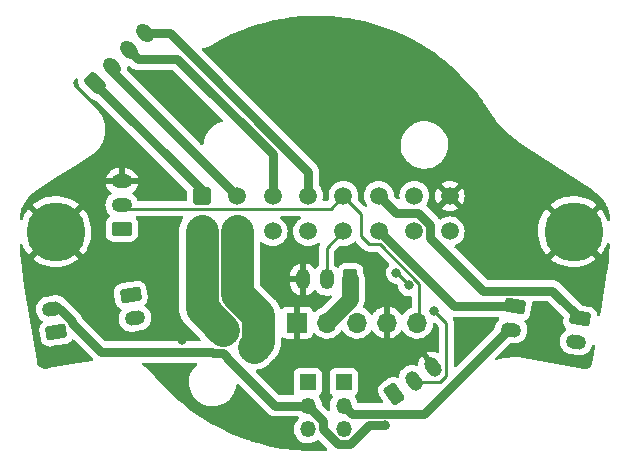
<source format=gbr>
%TF.GenerationSoftware,KiCad,Pcbnew,(6.0.1)*%
%TF.CreationDate,2022-03-03T23:01:05+09:00*%
%TF.ProjectId,v0_miniAB_pancake_board,76305f6d-696e-4694-9142-5f70616e6361,rev?*%
%TF.SameCoordinates,Original*%
%TF.FileFunction,Copper,L1,Top*%
%TF.FilePolarity,Positive*%
%FSLAX46Y46*%
G04 Gerber Fmt 4.6, Leading zero omitted, Abs format (unit mm)*
G04 Created by KiCad (PCBNEW (6.0.1)) date 2022-03-03 23:01:05*
%MOMM*%
%LPD*%
G01*
G04 APERTURE LIST*
G04 Aperture macros list*
%AMRoundRect*
0 Rectangle with rounded corners*
0 $1 Rounding radius*
0 $2 $3 $4 $5 $6 $7 $8 $9 X,Y pos of 4 corners*
0 Add a 4 corners polygon primitive as box body*
4,1,4,$2,$3,$4,$5,$6,$7,$8,$9,$2,$3,0*
0 Add four circle primitives for the rounded corners*
1,1,$1+$1,$2,$3*
1,1,$1+$1,$4,$5*
1,1,$1+$1,$6,$7*
1,1,$1+$1,$8,$9*
0 Add four rect primitives between the rounded corners*
20,1,$1+$1,$2,$3,$4,$5,0*
20,1,$1+$1,$4,$5,$6,$7,0*
20,1,$1+$1,$6,$7,$8,$9,0*
20,1,$1+$1,$8,$9,$2,$3,0*%
%AMHorizOval*
0 Thick line with rounded ends*
0 $1 width*
0 $2 $3 position (X,Y) of the first rounded end (center of the circle)*
0 $4 $5 position (X,Y) of the second rounded end (center of the circle)*
0 Add line between two ends*
20,1,$1,$2,$3,$4,$5,0*
0 Add two circle primitives to create the rounded ends*
1,1,$1,$2,$3*
1,1,$1,$4,$5*%
G04 Aperture macros list end*
%TA.AperFunction,ComponentPad*%
%ADD10RoundRect,0.250001X0.813011X0.408179X-0.053012X0.908178X-0.813011X-0.408179X0.053012X-0.908178X0*%
%TD*%
%TA.AperFunction,ComponentPad*%
%ADD11HorizOval,1.500000X0.130000X0.225167X-0.130000X-0.225167X0*%
%TD*%
%TA.AperFunction,ComponentPad*%
%ADD12O,1.200000X1.750000*%
%TD*%
%TA.AperFunction,ComponentPad*%
%ADD13RoundRect,0.250000X0.350000X0.625000X-0.350000X0.625000X-0.350000X-0.625000X0.350000X-0.625000X0*%
%TD*%
%TA.AperFunction,ComponentPad*%
%ADD14O,1.750000X1.200000*%
%TD*%
%TA.AperFunction,ComponentPad*%
%ADD15RoundRect,0.249999X0.625001X-0.350001X0.625001X0.350001X-0.625001X0.350001X-0.625001X-0.350001X0*%
%TD*%
%TA.AperFunction,ComponentPad*%
%ADD16R,1.350000X1.350000*%
%TD*%
%TA.AperFunction,ComponentPad*%
%ADD17O,1.350000X1.350000*%
%TD*%
%TA.AperFunction,ComponentPad*%
%ADD18RoundRect,0.250000X0.071782X-0.712722X0.645188X-0.311218X-0.071782X0.712722X-0.645188X0.311218X0*%
%TD*%
%TA.AperFunction,ComponentPad*%
%ADD19HorizOval,1.200000X-0.157734X0.225267X0.157734X-0.225267X0*%
%TD*%
%TA.AperFunction,ComponentPad*%
%ADD20R,1.700000X1.700000*%
%TD*%
%TA.AperFunction,ComponentPad*%
%ADD21O,1.700000X1.700000*%
%TD*%
%TA.AperFunction,ComponentPad*%
%ADD22C,5.000000*%
%TD*%
%TA.AperFunction,ComponentPad*%
%ADD23C,1.500000*%
%TD*%
%TA.AperFunction,ComponentPad*%
%ADD24RoundRect,0.250001X-0.499999X-0.499999X0.499999X-0.499999X0.499999X0.499999X-0.499999X0.499999X0*%
%TD*%
%TA.AperFunction,ComponentPad*%
%ADD25RoundRect,0.249999X0.194454X-0.689431X0.689431X-0.194454X-0.194454X0.689431X-0.689431X0.194454X0*%
%TD*%
%TA.AperFunction,ComponentPad*%
%ADD26HorizOval,1.200000X-0.194454X0.194454X0.194454X-0.194454X0*%
%TD*%
%TA.AperFunction,ComponentPad*%
%ADD27RoundRect,0.249999X-0.676283X0.236153X-0.554729X-0.453214X0.676283X-0.236153X0.554729X0.453214X0*%
%TD*%
%TA.AperFunction,ComponentPad*%
%ADD28HorizOval,1.200000X-0.270822X-0.047753X0.270822X0.047753X0*%
%TD*%
%TA.AperFunction,ComponentPad*%
%ADD29RoundRect,0.249999X-0.554729X0.453214X-0.676283X-0.236153X0.554729X-0.453214X0.676283X0.236153X0*%
%TD*%
%TA.AperFunction,ComponentPad*%
%ADD30HorizOval,1.200000X-0.270822X0.047753X0.270822X-0.047753X0*%
%TD*%
%TA.AperFunction,ComponentPad*%
%ADD31HorizOval,1.200000X0.270822X0.047753X-0.270822X-0.047753X0*%
%TD*%
%TA.AperFunction,ComponentPad*%
%ADD32RoundRect,0.249999X0.676283X-0.236153X0.554729X0.453214X-0.676283X0.236153X-0.554729X-0.453214X0*%
%TD*%
%TA.AperFunction,ViaPad*%
%ADD33C,0.800000*%
%TD*%
%TA.AperFunction,Conductor*%
%ADD34C,0.250000*%
%TD*%
%TA.AperFunction,Conductor*%
%ADD35C,1.400000*%
%TD*%
%TA.AperFunction,Conductor*%
%ADD36C,0.780000*%
%TD*%
%TA.AperFunction,Conductor*%
%ADD37C,0.800000*%
%TD*%
%TA.AperFunction,Conductor*%
%ADD38C,2.800000*%
%TD*%
G04 APERTURE END LIST*
D10*
%TO.P,J2,1,Pin_1*%
%TO.N,/heat_gnd*%
X94825638Y-109783080D03*
D11*
%TO.P,J2,2,Pin_2*%
%TO.N,+24V*%
X92227562Y-108283080D03*
%TD*%
D12*
%TO.P,J7,3,Pin_3*%
%TO.N,GND*%
X99022400Y-104038400D03*
%TO.P,J7,2,Pin_2*%
%TO.N,/sw0*%
X101022400Y-104038400D03*
D13*
%TO.P,J7,1,Pin_1*%
%TO.N,+5V*%
X103022400Y-104038400D03*
%TD*%
D14*
%TO.P,J8,3,Pin_3*%
%TO.N,GND*%
X83676400Y-95739200D03*
%TO.P,J8,2,Pin_2*%
%TO.N,/sw1*%
X83676400Y-97739200D03*
D15*
%TO.P,J8,1,Pin_1*%
%TO.N,+5V*%
X83676400Y-99739200D03*
%TD*%
D16*
%TO.P,J10,1,Pin_1*%
%TO.N,+5V*%
X99415600Y-112725200D03*
D17*
%TO.P,J10,2,Pin_2*%
%TO.N,/VFAN0*%
X99415600Y-114725200D03*
%TO.P,J10,3,Pin_3*%
%TO.N,+24V*%
X99415600Y-116725200D03*
%TD*%
D16*
%TO.P,J11,1,Pin_1*%
%TO.N,+5V*%
X102463600Y-112725200D03*
D17*
%TO.P,J11,2,Pin_2*%
%TO.N,/VFAN1*%
X102463600Y-114725200D03*
%TO.P,J11,3,Pin_3*%
%TO.N,+24V*%
X102463600Y-116725200D03*
%TD*%
D18*
%TO.P,J12,1,Pin_1*%
%TO.N,+5V*%
X106758229Y-113777420D03*
D19*
%TO.P,J12,2,Pin_2*%
%TO.N,/led*%
X108396533Y-112630267D03*
%TO.P,J12,3,Pin_3*%
%TO.N,GND*%
X110034837Y-111483114D03*
%TD*%
D20*
%TO.P,J13,1,Pin_1*%
%TO.N,GND*%
X98506200Y-107696000D03*
D21*
%TO.P,J13,2,Pin_2*%
%TO.N,+5V*%
X101046200Y-107696000D03*
%TO.P,J13,3,Pin_3*%
%TO.N,/servo*%
X103586200Y-107696000D03*
%TO.P,J13,4,Pin_4*%
%TO.N,GND*%
X106126200Y-107696000D03*
%TO.P,J13,5,Pin_5*%
%TO.N,/sw1*%
X108666200Y-107696000D03*
%TD*%
D22*
%TO.P,H1,1,1*%
%TO.N,GND*%
X121920000Y-100000000D03*
%TD*%
%TO.P,H2,1,1*%
%TO.N,GND*%
X78080000Y-100000000D03*
%TD*%
D23*
%TO.P,J9,16,Pin_16*%
%TO.N,+5V*%
X111439600Y-99971400D03*
%TO.P,J9,15,Pin_15*%
%TO.N,/servo*%
X108439600Y-99971400D03*
%TO.P,J9,14,Pin_14*%
%TO.N,/fan1*%
X105439600Y-99971400D03*
%TO.P,J9,13,Pin_13*%
%TO.N,/sw0*%
X102439600Y-99971400D03*
%TO.P,J9,12,Pin_12*%
%TO.N,/therm1*%
X99439600Y-99971400D03*
%TO.P,J9,11,Pin_11*%
%TO.N,/therm0*%
X96439600Y-99971400D03*
%TO.P,J9,10,Pin_10*%
%TO.N,/heat_gnd*%
X93439600Y-99971400D03*
%TO.P,J9,9,Pin_9*%
%TO.N,+24V*%
X90439600Y-99971400D03*
%TO.P,J9,8,Pin_8*%
%TO.N,GND*%
X111439600Y-96971400D03*
%TO.P,J9,7,Pin_7*%
%TO.N,/led*%
X108439600Y-96971400D03*
%TO.P,J9,6,Pin_6*%
%TO.N,/fan0*%
X105439600Y-96971400D03*
%TO.P,J9,5,Pin_5*%
%TO.N,/sw1*%
X102439600Y-96971400D03*
%TO.P,J9,4,Pin_4*%
%TO.N,/B-*%
X99439600Y-96971400D03*
%TO.P,J9,3,Pin_3*%
%TO.N,/B+*%
X96439600Y-96971400D03*
%TO.P,J9,2,Pin_2*%
%TO.N,/A-*%
X93439600Y-96971400D03*
D24*
%TO.P,J9,1,Pin_1*%
%TO.N,/A+*%
X90439600Y-96971400D03*
%TD*%
D25*
%TO.P,J1,1,Pin_1*%
%TO.N,/A+*%
X81411371Y-87453041D03*
D26*
%TO.P,J1,2,Pin_2*%
%TO.N,/A-*%
X82825585Y-86038827D03*
%TO.P,J1,3,Pin_3*%
%TO.N,/B+*%
X84239798Y-84624614D03*
%TO.P,J1,4,Pin_4*%
%TO.N,/B-*%
X85654012Y-83210400D03*
%TD*%
D27*
%TO.P,J3,1,Pin_1*%
%TO.N,/therm0*%
X84429600Y-105359200D03*
D28*
%TO.P,J3,2,Pin_2*%
%TO.N,/therm1*%
X84776896Y-107328816D03*
%TD*%
D29*
%TO.P,J4,1,Pin_1*%
%TO.N,/fan0*%
X122478800Y-107340400D03*
D30*
%TO.P,J4,2,Pin_2*%
%TO.N,/VFAN0*%
X122131504Y-109310016D03*
%TD*%
D31*
%TO.P,J5,2,Pin_2*%
%TO.N,/VFAN0*%
X77783104Y-106539184D03*
D32*
%TO.P,J5,1,Pin_1*%
%TO.N,/fan0*%
X78130400Y-108508800D03*
%TD*%
D29*
%TO.P,J6,1,Pin_1*%
%TO.N,/fan1*%
X116974612Y-106324400D03*
D30*
%TO.P,J6,2,Pin_2*%
%TO.N,/VFAN1*%
X116627316Y-108294016D03*
%TD*%
D33*
%TO.N,GND*%
X86360000Y-87477600D03*
X88798400Y-109169200D03*
X113538000Y-108204000D03*
X88798400Y-111607600D03*
X119684800Y-107543600D03*
X87477600Y-104190800D03*
%TO.N,/VFAN0*%
X105968800Y-116389700D03*
%TO.N,/led*%
X107990159Y-104557041D03*
X106921560Y-103488442D03*
X110140100Y-106730800D03*
%TD*%
D34*
%TO.N,/sw0*%
X101022400Y-101388600D02*
X102439600Y-99971400D01*
X101022400Y-104038400D02*
X101022400Y-101388600D01*
D35*
%TO.N,+5V*%
X103022400Y-105719800D02*
X103022400Y-104038400D01*
X101046200Y-107696000D02*
X103022400Y-105719800D01*
D34*
%TO.N,/led*%
X108813600Y-112725200D02*
X108718667Y-112630267D01*
X110642400Y-112725200D02*
X108813600Y-112725200D01*
X108718667Y-112630267D02*
X108396533Y-112630267D01*
X111150400Y-112217200D02*
X110642400Y-112725200D01*
X110140100Y-106730800D02*
X111150400Y-107741100D01*
X111150400Y-107741100D02*
X111150400Y-112217200D01*
X106942842Y-103488442D02*
X106921560Y-103488442D01*
X107990159Y-104557041D02*
X107990159Y-104535759D01*
X107990159Y-104535759D02*
X106942842Y-103488442D01*
%TO.N,/sw1*%
X103936800Y-98468600D02*
X102439600Y-96971400D01*
X104601911Y-101045911D02*
X103936800Y-100380800D01*
X103936800Y-100380800D02*
X103936800Y-98468600D01*
X105503627Y-101045911D02*
X104601911Y-101045911D01*
X108869400Y-104411684D02*
X105503627Y-101045911D01*
X108869400Y-107645200D02*
X108869400Y-104411684D01*
X101365080Y-98045920D02*
X83983120Y-98045920D01*
X102439600Y-96971400D02*
X101365080Y-98045920D01*
X83983120Y-98045920D02*
X83676400Y-97739200D01*
D36*
%TO.N,/VFAN1*%
X116394384Y-108294016D02*
X116828416Y-108294016D01*
X103138600Y-115400200D02*
X109288200Y-115400200D01*
X109288200Y-115400200D02*
X116394384Y-108294016D01*
X102463600Y-114725200D02*
X103138600Y-115400200D01*
%TO.N,/fan0*%
X106867800Y-98399600D02*
X105439600Y-96971400D01*
X109779111Y-100526245D02*
X109779111Y-99416555D01*
X120122436Y-104984036D02*
X114236902Y-104984036D01*
X122529600Y-107391200D02*
X120122436Y-104984036D01*
X114236902Y-104984036D02*
X109779111Y-100526245D01*
X108762156Y-98399600D02*
X106867800Y-98399600D01*
X109779111Y-99416555D02*
X108762156Y-98399600D01*
%TO.N,/fan1*%
X111792600Y-106324400D02*
X105439600Y-99971400D01*
X117246400Y-106324400D02*
X111792600Y-106324400D01*
D37*
%TO.N,/B-*%
X87731600Y-83210400D02*
X85750400Y-83210400D01*
X99439600Y-96971400D02*
X99439600Y-94918400D01*
X99439600Y-94918400D02*
X87731600Y-83210400D01*
%TO.N,/B+*%
X85009984Y-85394800D02*
X84239798Y-84624614D01*
X96439600Y-93451517D02*
X88382883Y-85394800D01*
X96439600Y-96971400D02*
X96439600Y-93451517D01*
X88382883Y-85394800D02*
X85009984Y-85394800D01*
%TO.N,/A-*%
X82825585Y-86357385D02*
X82825585Y-85942439D01*
X93439600Y-96971400D02*
X82825585Y-86357385D01*
%TO.N,/A+*%
X90439600Y-96481270D02*
X90439600Y-96971400D01*
X81355359Y-87397029D02*
X90439600Y-96481270D01*
D36*
%TO.N,/VFAN0*%
X78423346Y-106539184D02*
X77783104Y-106539184D01*
X79451510Y-107567348D02*
X78423346Y-106539184D01*
X79479117Y-107723917D02*
X79451510Y-107567348D01*
X91316076Y-110185200D02*
X81940400Y-110185200D01*
X92238600Y-110272600D02*
X91403476Y-110272600D01*
X81940400Y-110185200D02*
X79479117Y-107723917D01*
X92608400Y-110693200D02*
X92608400Y-110642400D01*
X92608400Y-110642400D02*
X92238600Y-110272600D01*
X96640400Y-114725200D02*
X92608400Y-110693200D01*
X91403476Y-110272600D02*
X91316076Y-110185200D01*
X99415600Y-114725200D02*
X96640400Y-114725200D01*
D38*
%TO.N,/heat_gnd*%
X93439600Y-105253156D02*
X95227081Y-107040637D01*
X93439600Y-99971400D02*
X93439600Y-105253156D01*
X95227081Y-109381637D02*
X94825638Y-109783080D01*
X95227081Y-107040637D02*
X95227081Y-109381637D01*
%TO.N,+24V*%
X90439600Y-99971400D02*
X90439600Y-106495118D01*
X90439600Y-106495118D02*
X92227562Y-108283080D01*
D36*
%TO.N,/VFAN0*%
X102987379Y-117989711D02*
X101936911Y-117989711D01*
X105968800Y-116389700D02*
X105958820Y-116379720D01*
X100680111Y-115989711D02*
X99415600Y-114725200D01*
X101936911Y-117989711D02*
X100680111Y-116732911D01*
X105958820Y-116379720D02*
X104597370Y-116379720D01*
X100680111Y-116732911D02*
X100680111Y-115989711D01*
X104597370Y-116379720D02*
X102987379Y-117989711D01*
%TD*%
%TA.AperFunction,Conductor*%
%TO.N,GND*%
G36*
X89982187Y-111103702D02*
G01*
X90028680Y-111157358D01*
X90038784Y-111227632D01*
X90009290Y-111292212D01*
X90001593Y-111300337D01*
X89873513Y-111424022D01*
X89873509Y-111424027D01*
X89870348Y-111427079D01*
X89697412Y-111648428D01*
X89695216Y-111652232D01*
X89695211Y-111652239D01*
X89599589Y-111817863D01*
X89556964Y-111891691D01*
X89451738Y-112152134D01*
X89450673Y-112156407D01*
X89450672Y-112156409D01*
X89385872Y-112416308D01*
X89383783Y-112424686D01*
X89383324Y-112429054D01*
X89383323Y-112429059D01*
X89362215Y-112629893D01*
X89354422Y-112704043D01*
X89354575Y-112708431D01*
X89354575Y-112708437D01*
X89362782Y-112943437D01*
X89364225Y-112984768D01*
X89413002Y-113261397D01*
X89499803Y-113528545D01*
X89622940Y-113781012D01*
X89625395Y-113784651D01*
X89625398Y-113784657D01*
X89691928Y-113883291D01*
X89780015Y-114013886D01*
X89967971Y-114222632D01*
X90183150Y-114403189D01*
X90421364Y-114552041D01*
X90677975Y-114666292D01*
X90947990Y-114743717D01*
X90952340Y-114744328D01*
X90952343Y-114744329D01*
X91055290Y-114758797D01*
X91226152Y-114782810D01*
X91436746Y-114782810D01*
X91438932Y-114782657D01*
X91438936Y-114782657D01*
X91642427Y-114768428D01*
X91642432Y-114768427D01*
X91646812Y-114768121D01*
X91921570Y-114709719D01*
X91925699Y-114708216D01*
X91925703Y-114708215D01*
X92181381Y-114615156D01*
X92181385Y-114615154D01*
X92185526Y-114613647D01*
X92433542Y-114481774D01*
X92446223Y-114472561D01*
X92657229Y-114319257D01*
X92657232Y-114319254D01*
X92660792Y-114316668D01*
X92664038Y-114313534D01*
X92851402Y-114132598D01*
X92862852Y-114121541D01*
X93035788Y-113900192D01*
X93037984Y-113896388D01*
X93037989Y-113896381D01*
X93174035Y-113660741D01*
X93176236Y-113656929D01*
X93281462Y-113396486D01*
X93315144Y-113261397D01*
X93348353Y-113128203D01*
X93348354Y-113128198D01*
X93349417Y-113123934D01*
X93361659Y-113007459D01*
X93388672Y-112941803D01*
X93446894Y-112901173D01*
X93517839Y-112898470D01*
X93576064Y-112931535D01*
X95948052Y-115303523D01*
X95960892Y-115318556D01*
X95969007Y-115329725D01*
X95973909Y-115334139D01*
X95973910Y-115334140D01*
X96019254Y-115374968D01*
X96024038Y-115379509D01*
X96038359Y-115393830D01*
X96040917Y-115395902D01*
X96040921Y-115395905D01*
X96054105Y-115406581D01*
X96059121Y-115410865D01*
X96109366Y-115456106D01*
X96121333Y-115463016D01*
X96137617Y-115474208D01*
X96148347Y-115482896D01*
X96208601Y-115513598D01*
X96214371Y-115516731D01*
X96272934Y-115550542D01*
X96286066Y-115554809D01*
X96304326Y-115562372D01*
X96316633Y-115568643D01*
X96323005Y-115570350D01*
X96323004Y-115570350D01*
X96381966Y-115586149D01*
X96388265Y-115588015D01*
X96452562Y-115608906D01*
X96459135Y-115609597D01*
X96459136Y-115609597D01*
X96463397Y-115610045D01*
X96466286Y-115610348D01*
X96485731Y-115613952D01*
X96499069Y-115617526D01*
X96505668Y-115617872D01*
X96505669Y-115617872D01*
X96535230Y-115619421D01*
X96566581Y-115621064D01*
X96573142Y-115621580D01*
X96593314Y-115623700D01*
X96613593Y-115623700D01*
X96620187Y-115623873D01*
X96681091Y-115627065D01*
X96681095Y-115627065D01*
X96687683Y-115627410D01*
X96694199Y-115626378D01*
X96694200Y-115626378D01*
X96701315Y-115625251D01*
X96721025Y-115623700D01*
X98541758Y-115623700D01*
X98609879Y-115643702D01*
X98656372Y-115697358D01*
X98666476Y-115767632D01*
X98636982Y-115832212D01*
X98624841Y-115844427D01*
X98553442Y-115907042D01*
X98418781Y-116077858D01*
X98317505Y-116270354D01*
X98315792Y-116275871D01*
X98264011Y-116442632D01*
X98253003Y-116478082D01*
X98227437Y-116694087D01*
X98241663Y-116911133D01*
X98243084Y-116916729D01*
X98243085Y-116916734D01*
X98278494Y-117056154D01*
X98295205Y-117121953D01*
X98297622Y-117127196D01*
X98383850Y-117314240D01*
X98386268Y-117319485D01*
X98511804Y-117497114D01*
X98667609Y-117648892D01*
X98848463Y-117769736D01*
X98853771Y-117772017D01*
X98853772Y-117772017D01*
X99043009Y-117853319D01*
X99043012Y-117853320D01*
X99048312Y-117855597D01*
X99053942Y-117856871D01*
X99152064Y-117879074D01*
X99260460Y-117903602D01*
X99266231Y-117903829D01*
X99266233Y-117903829D01*
X99339220Y-117906696D01*
X99477805Y-117912141D01*
X99693066Y-117880930D01*
X99698530Y-117879075D01*
X99698535Y-117879074D01*
X99893563Y-117812871D01*
X99893568Y-117812869D01*
X99899035Y-117811013D01*
X100088813Y-117704732D01*
X100160093Y-117645449D01*
X100225257Y-117617268D01*
X100295312Y-117628792D01*
X100329757Y-117653228D01*
X101024270Y-118347741D01*
X101058296Y-118410053D01*
X101053231Y-118480868D01*
X101010684Y-118537704D01*
X100943932Y-118562531D01*
X100854991Y-118568728D01*
X100788230Y-118573379D01*
X100782424Y-118573648D01*
X100319811Y-118584376D01*
X99977441Y-118592315D01*
X99971599Y-118592315D01*
X99629246Y-118584376D01*
X99166617Y-118573648D01*
X99160811Y-118573379D01*
X98499293Y-118527293D01*
X98357568Y-118517420D01*
X98351751Y-118516879D01*
X98042501Y-118480868D01*
X97551965Y-118423747D01*
X97546197Y-118422939D01*
X97318036Y-118385582D01*
X96751599Y-118292836D01*
X96745857Y-118291759D01*
X95958142Y-118124965D01*
X95952456Y-118123623D01*
X95779922Y-118078642D01*
X95173283Y-117920486D01*
X95167696Y-117918889D01*
X94687908Y-117769736D01*
X94398814Y-117679864D01*
X94393277Y-117678001D01*
X93636295Y-117403591D01*
X93630850Y-117401473D01*
X92887409Y-117092273D01*
X92882068Y-117089905D01*
X92153752Y-116746573D01*
X92148527Y-116743960D01*
X91436915Y-116367242D01*
X91431817Y-116364390D01*
X90938728Y-116073324D01*
X90738429Y-115955088D01*
X90733489Y-115952017D01*
X90059763Y-115510979D01*
X90054985Y-115507690D01*
X89568273Y-115155803D01*
X89402492Y-115035945D01*
X89397838Y-115032414D01*
X88767884Y-114530908D01*
X88763399Y-114527164D01*
X88748760Y-114514357D01*
X88533408Y-114325963D01*
X88157389Y-113997013D01*
X88153083Y-113993066D01*
X87650531Y-113510516D01*
X87572299Y-113435398D01*
X87568185Y-113431261D01*
X87559625Y-113422242D01*
X87013850Y-112847243D01*
X87009928Y-112842913D01*
X86513772Y-112269115D01*
X86499932Y-112249649D01*
X86495706Y-112242320D01*
X86495702Y-112242315D01*
X86493273Y-112238102D01*
X86489509Y-112233424D01*
X86489371Y-112233192D01*
X86489174Y-112233008D01*
X86485411Y-112228332D01*
X86481816Y-112225057D01*
X86480658Y-112224002D01*
X86471789Y-112215073D01*
X86463366Y-112205700D01*
X86391912Y-112126193D01*
X86238027Y-111954962D01*
X86238019Y-111954953D01*
X86236237Y-111952971D01*
X85965582Y-111698774D01*
X85963497Y-111697124D01*
X85963491Y-111697119D01*
X85773001Y-111546388D01*
X85674405Y-111468371D01*
X85661801Y-111460027D01*
X85442366Y-111314765D01*
X85396604Y-111260484D01*
X85387454Y-111190080D01*
X85417820Y-111125904D01*
X85478061Y-111088334D01*
X85511917Y-111083700D01*
X89914066Y-111083700D01*
X89982187Y-111103702D01*
G37*
%TD.AperFunction*%
%TA.AperFunction,Conductor*%
G36*
X98759112Y-98699422D02*
G01*
X98805605Y-98753078D01*
X98815709Y-98823352D01*
X98786215Y-98887932D01*
X98763263Y-98908632D01*
X98736213Y-98927573D01*
X98632073Y-99000492D01*
X98632070Y-99000494D01*
X98627562Y-99003651D01*
X98471851Y-99159362D01*
X98468694Y-99163870D01*
X98468692Y-99163873D01*
X98362004Y-99316239D01*
X98345544Y-99339747D01*
X98343221Y-99344729D01*
X98343218Y-99344734D01*
X98299506Y-99438477D01*
X98252480Y-99539324D01*
X98195485Y-99752029D01*
X98176293Y-99971400D01*
X98195485Y-100190771D01*
X98252480Y-100403476D01*
X98259891Y-100419369D01*
X98343218Y-100598066D01*
X98343221Y-100598071D01*
X98345544Y-100603053D01*
X98348700Y-100607560D01*
X98348701Y-100607562D01*
X98467676Y-100777475D01*
X98471851Y-100783438D01*
X98627562Y-100939149D01*
X98632071Y-100942306D01*
X98632073Y-100942308D01*
X98681517Y-100976929D01*
X98807946Y-101065456D01*
X99007524Y-101158520D01*
X99220229Y-101215515D01*
X99439600Y-101234707D01*
X99658971Y-101215515D01*
X99871676Y-101158520D01*
X100071254Y-101065456D01*
X100197683Y-100976929D01*
X100247127Y-100942308D01*
X100247129Y-100942306D01*
X100251638Y-100939149D01*
X100270500Y-100920287D01*
X100332812Y-100886261D01*
X100403627Y-100891326D01*
X100460463Y-100933873D01*
X100485274Y-101000393D01*
X100470617Y-101062619D01*
X100472786Y-101063558D01*
X100455226Y-101104137D01*
X100450009Y-101114787D01*
X100428705Y-101153540D01*
X100426734Y-101161215D01*
X100426734Y-101161216D01*
X100423667Y-101173162D01*
X100417263Y-101191866D01*
X100414353Y-101198592D01*
X100409219Y-101210455D01*
X100407980Y-101218278D01*
X100407977Y-101218288D01*
X100402301Y-101254124D01*
X100399895Y-101265744D01*
X100392498Y-101294557D01*
X100388900Y-101308570D01*
X100388900Y-101328824D01*
X100387349Y-101348534D01*
X100384180Y-101368543D01*
X100384926Y-101376435D01*
X100388341Y-101412561D01*
X100388900Y-101424419D01*
X100388900Y-102788593D01*
X100368898Y-102856714D01*
X100335799Y-102891363D01*
X100299680Y-102916984D01*
X100299676Y-102916987D01*
X100294789Y-102920454D01*
X100148519Y-103073250D01*
X100145270Y-103078281D01*
X100145265Y-103078288D01*
X100127367Y-103106007D01*
X100073611Y-103152384D01*
X100003315Y-103162337D01*
X99938798Y-103132704D01*
X99922430Y-103115491D01*
X99832138Y-103000543D01*
X99823901Y-102991894D01*
X99673277Y-102861188D01*
X99663553Y-102854253D01*
X99490933Y-102754390D01*
X99480069Y-102749416D01*
X99291673Y-102683993D01*
X99290684Y-102683752D01*
X99280392Y-102685220D01*
X99276400Y-102698785D01*
X99276400Y-105373802D01*
X99280373Y-105387333D01*
X99289799Y-105388688D01*
X99378937Y-105367206D01*
X99390232Y-105363317D01*
X99571782Y-105280771D01*
X99582124Y-105274824D01*
X99744797Y-105159432D01*
X99753825Y-105151639D01*
X99891742Y-105007569D01*
X99899141Y-104998200D01*
X99916818Y-104970823D01*
X99970572Y-104924445D01*
X100040868Y-104914491D01*
X100105385Y-104944122D01*
X100121756Y-104961337D01*
X100216004Y-105081320D01*
X100220535Y-105085252D01*
X100220538Y-105085255D01*
X100306020Y-105159432D01*
X100375763Y-105219952D01*
X100380949Y-105222952D01*
X100380953Y-105222955D01*
X100477357Y-105278726D01*
X100558854Y-105325873D01*
X100758671Y-105395261D01*
X100764606Y-105396122D01*
X100764608Y-105396122D01*
X100962064Y-105424752D01*
X100962067Y-105424752D01*
X100968004Y-105425613D01*
X101179299Y-105415833D01*
X101321311Y-105381608D01*
X101392222Y-105385093D01*
X101449992Y-105426362D01*
X101476279Y-105492313D01*
X101462738Y-105562006D01*
X101439927Y-105593196D01*
X100651884Y-106381239D01*
X100601935Y-106411908D01*
X100517956Y-106439357D01*
X100449079Y-106475212D01*
X100344079Y-106529872D01*
X100319807Y-106542507D01*
X100315674Y-106545610D01*
X100315671Y-106545612D01*
X100232650Y-106607946D01*
X100141165Y-106676635D01*
X100137593Y-106680373D01*
X100060098Y-106761466D01*
X99998574Y-106796895D01*
X99927662Y-106793438D01*
X99869876Y-106752192D01*
X99851023Y-106718644D01*
X99809524Y-106607946D01*
X99800986Y-106592351D01*
X99724485Y-106490276D01*
X99711924Y-106477715D01*
X99609849Y-106401214D01*
X99594254Y-106392676D01*
X99473806Y-106347522D01*
X99458551Y-106343895D01*
X99407686Y-106338369D01*
X99400872Y-106338000D01*
X98778315Y-106338000D01*
X98763076Y-106342475D01*
X98761871Y-106343865D01*
X98760200Y-106351548D01*
X98760200Y-109035884D01*
X98764675Y-109051123D01*
X98766065Y-109052328D01*
X98773748Y-109053999D01*
X99400869Y-109053999D01*
X99407690Y-109053629D01*
X99458552Y-109048105D01*
X99473804Y-109044479D01*
X99594254Y-108999324D01*
X99609849Y-108990786D01*
X99711924Y-108914285D01*
X99724485Y-108901724D01*
X99800986Y-108799649D01*
X99809524Y-108784054D01*
X99850425Y-108674952D01*
X99893067Y-108618188D01*
X99959628Y-108593488D01*
X100028977Y-108608696D01*
X100063644Y-108636684D01*
X100089065Y-108666031D01*
X100089069Y-108666035D01*
X100092450Y-108669938D01*
X100264326Y-108812632D01*
X100457200Y-108925338D01*
X100462025Y-108927180D01*
X100462026Y-108927181D01*
X100500223Y-108941767D01*
X100665892Y-109005030D01*
X100670960Y-109006061D01*
X100670963Y-109006062D01*
X100766062Y-109025410D01*
X100884797Y-109049567D01*
X100889972Y-109049757D01*
X100889974Y-109049757D01*
X101102873Y-109057564D01*
X101102877Y-109057564D01*
X101108037Y-109057753D01*
X101113157Y-109057097D01*
X101113159Y-109057097D01*
X101324488Y-109030025D01*
X101324489Y-109030025D01*
X101329616Y-109029368D01*
X101334566Y-109027883D01*
X101538629Y-108966661D01*
X101538634Y-108966659D01*
X101543584Y-108965174D01*
X101744194Y-108866896D01*
X101926060Y-108737173D01*
X102084296Y-108579489D01*
X102151380Y-108486132D01*
X102214653Y-108398077D01*
X102215976Y-108399028D01*
X102262845Y-108355857D01*
X102332780Y-108343625D01*
X102398226Y-108371144D01*
X102426075Y-108402994D01*
X102486187Y-108501088D01*
X102632450Y-108669938D01*
X102804326Y-108812632D01*
X102997200Y-108925338D01*
X103002025Y-108927180D01*
X103002026Y-108927181D01*
X103040223Y-108941767D01*
X103205892Y-109005030D01*
X103210960Y-109006061D01*
X103210963Y-109006062D01*
X103306062Y-109025410D01*
X103424797Y-109049567D01*
X103429972Y-109049757D01*
X103429974Y-109049757D01*
X103642873Y-109057564D01*
X103642877Y-109057564D01*
X103648037Y-109057753D01*
X103653157Y-109057097D01*
X103653159Y-109057097D01*
X103864488Y-109030025D01*
X103864489Y-109030025D01*
X103869616Y-109029368D01*
X103874566Y-109027883D01*
X104078629Y-108966661D01*
X104078634Y-108966659D01*
X104083584Y-108965174D01*
X104284194Y-108866896D01*
X104466060Y-108737173D01*
X104624296Y-108579489D01*
X104691380Y-108486132D01*
X104754653Y-108398077D01*
X104755840Y-108398930D01*
X104803160Y-108355362D01*
X104873097Y-108343145D01*
X104938538Y-108370678D01*
X104966366Y-108402511D01*
X105023894Y-108496388D01*
X105029977Y-108504699D01*
X105169413Y-108665667D01*
X105176780Y-108672883D01*
X105340634Y-108808916D01*
X105349081Y-108814831D01*
X105532956Y-108922279D01*
X105542242Y-108926729D01*
X105741201Y-109002703D01*
X105751099Y-109005579D01*
X105854450Y-109026606D01*
X105868499Y-109025410D01*
X105872200Y-109015065D01*
X105872200Y-106379102D01*
X105868282Y-106365758D01*
X105854006Y-106363771D01*
X105815524Y-106369660D01*
X105805488Y-106372051D01*
X105603068Y-106438212D01*
X105593559Y-106442209D01*
X105404663Y-106540542D01*
X105395938Y-106546036D01*
X105225633Y-106673905D01*
X105217926Y-106680748D01*
X105070790Y-106834717D01*
X105064309Y-106842722D01*
X104959698Y-106996074D01*
X104904787Y-107041076D01*
X104834262Y-107049247D01*
X104770515Y-107017993D01*
X104749818Y-106993509D01*
X104669022Y-106868617D01*
X104669020Y-106868614D01*
X104666214Y-106864277D01*
X104515870Y-106699051D01*
X104511819Y-106695852D01*
X104511815Y-106695848D01*
X104344614Y-106563800D01*
X104344610Y-106563798D01*
X104340559Y-106560598D01*
X104333703Y-106556813D01*
X104146056Y-106453227D01*
X104096085Y-106402794D01*
X104081313Y-106333351D01*
X104098637Y-106280742D01*
X104098004Y-106280420D01*
X104100092Y-106276321D01*
X104100210Y-106275964D01*
X104100553Y-106275417D01*
X104103534Y-106270665D01*
X104109830Y-106255005D01*
X104117288Y-106239577D01*
X104122874Y-106229784D01*
X104122877Y-106229778D01*
X104125654Y-106224909D01*
X104128185Y-106217763D01*
X104144983Y-106170325D01*
X104152334Y-106149564D01*
X104154184Y-106144670D01*
X104183997Y-106070507D01*
X104187422Y-106053970D01*
X104192030Y-106037467D01*
X104195793Y-106026841D01*
X104195794Y-106026837D01*
X104197664Y-106021556D01*
X104210574Y-105942717D01*
X104211536Y-105937526D01*
X104221499Y-105889416D01*
X104227744Y-105859263D01*
X104229268Y-105832834D01*
X104230715Y-105819729D01*
X104231618Y-105814211D01*
X104232526Y-105808666D01*
X104232412Y-105801374D01*
X104230916Y-105706165D01*
X104230900Y-105704186D01*
X104230900Y-103983665D01*
X104228734Y-103959389D01*
X104221117Y-103874050D01*
X104216608Y-103823528D01*
X104159684Y-103615448D01*
X104143174Y-103580834D01*
X104130900Y-103526590D01*
X104130900Y-103363000D01*
X104123558Y-103292236D01*
X104120638Y-103264092D01*
X104120637Y-103264088D01*
X104119926Y-103257234D01*
X104063950Y-103089454D01*
X103970878Y-102939052D01*
X103845703Y-102814095D01*
X103838372Y-102809576D01*
X103701368Y-102725125D01*
X103701366Y-102725124D01*
X103695138Y-102721285D01*
X103586405Y-102685220D01*
X103533789Y-102667768D01*
X103533787Y-102667768D01*
X103527261Y-102665603D01*
X103520425Y-102664903D01*
X103520422Y-102664902D01*
X103477369Y-102660491D01*
X103422800Y-102654900D01*
X102622000Y-102654900D01*
X102618754Y-102655237D01*
X102618750Y-102655237D01*
X102523092Y-102665162D01*
X102523088Y-102665163D01*
X102516234Y-102665874D01*
X102509698Y-102668055D01*
X102509696Y-102668055D01*
X102445517Y-102689467D01*
X102348454Y-102721850D01*
X102198052Y-102814922D01*
X102073095Y-102940097D01*
X102043151Y-102988676D01*
X102041326Y-102991636D01*
X101988554Y-103039129D01*
X101918482Y-103050553D01*
X101853358Y-103022279D01*
X101834982Y-103003355D01*
X101828796Y-102995480D01*
X101699318Y-102883125D01*
X101660979Y-102823373D01*
X101655900Y-102787961D01*
X101655900Y-101703194D01*
X101675902Y-101635073D01*
X101692805Y-101614099D01*
X102067176Y-101239728D01*
X102129488Y-101205702D01*
X102188881Y-101207116D01*
X102214912Y-101214091D01*
X102214919Y-101214092D01*
X102220229Y-101215515D01*
X102439600Y-101234707D01*
X102658971Y-101215515D01*
X102871676Y-101158520D01*
X103071254Y-101065456D01*
X103197683Y-100976929D01*
X103247127Y-100942308D01*
X103247129Y-100942306D01*
X103251638Y-100939149D01*
X103336346Y-100854441D01*
X103398658Y-100820415D01*
X103469473Y-100825480D01*
X103514537Y-100854441D01*
X104098264Y-101438169D01*
X104105798Y-101446448D01*
X104109911Y-101452929D01*
X104152197Y-101492638D01*
X104159562Y-101499554D01*
X104162404Y-101502309D01*
X104182141Y-101522046D01*
X104185338Y-101524526D01*
X104194358Y-101532229D01*
X104226590Y-101562497D01*
X104233536Y-101566316D01*
X104233539Y-101566318D01*
X104244345Y-101572259D01*
X104260864Y-101583110D01*
X104276870Y-101595525D01*
X104284139Y-101598670D01*
X104284143Y-101598673D01*
X104317448Y-101613085D01*
X104328098Y-101618302D01*
X104366851Y-101639606D01*
X104374526Y-101641577D01*
X104374527Y-101641577D01*
X104386473Y-101644644D01*
X104405178Y-101651048D01*
X104423766Y-101659092D01*
X104431589Y-101660331D01*
X104431599Y-101660334D01*
X104467435Y-101666010D01*
X104479055Y-101668416D01*
X104514200Y-101677439D01*
X104521881Y-101679411D01*
X104542135Y-101679411D01*
X104561845Y-101680962D01*
X104581854Y-101684131D01*
X104589746Y-101683385D01*
X104625872Y-101679970D01*
X104637730Y-101679411D01*
X105189033Y-101679411D01*
X105257154Y-101699413D01*
X105278124Y-101716312D01*
X106254700Y-102692889D01*
X106288724Y-102755199D01*
X106283659Y-102826015D01*
X106259241Y-102866291D01*
X106182520Y-102951498D01*
X106087033Y-103116886D01*
X106028018Y-103298514D01*
X106008056Y-103488442D01*
X106008746Y-103495007D01*
X106026119Y-103660299D01*
X106028018Y-103678370D01*
X106087033Y-103859998D01*
X106182520Y-104025386D01*
X106186938Y-104030293D01*
X106186939Y-104030294D01*
X106300716Y-104156656D01*
X106310307Y-104167308D01*
X106464808Y-104279560D01*
X106470836Y-104282244D01*
X106470838Y-104282245D01*
X106633241Y-104354551D01*
X106639272Y-104357236D01*
X106695596Y-104369208D01*
X106819616Y-104395570D01*
X106819621Y-104395570D01*
X106826073Y-104396942D01*
X106903248Y-104396942D01*
X106971369Y-104416944D01*
X106992343Y-104433847D01*
X107040537Y-104482041D01*
X107074563Y-104544353D01*
X107076752Y-104557965D01*
X107095052Y-104732075D01*
X107096617Y-104746969D01*
X107155632Y-104928597D01*
X107251119Y-105093985D01*
X107255537Y-105098892D01*
X107255538Y-105098893D01*
X107367244Y-105222955D01*
X107378906Y-105235907D01*
X107533407Y-105348159D01*
X107539435Y-105350843D01*
X107539437Y-105350844D01*
X107682250Y-105414428D01*
X107707871Y-105425835D01*
X107801272Y-105445688D01*
X107888215Y-105464169D01*
X107888220Y-105464169D01*
X107894672Y-105465541D01*
X108085646Y-105465541D01*
X108092105Y-105464168D01*
X108096730Y-105463682D01*
X108166569Y-105476455D01*
X108218415Y-105524957D01*
X108235900Y-105588992D01*
X108235900Y-106315968D01*
X108215898Y-106384089D01*
X108162242Y-106430582D01*
X108149041Y-106435734D01*
X108142875Y-106437749D01*
X108142873Y-106437750D01*
X108137956Y-106439357D01*
X108069079Y-106475212D01*
X107964079Y-106529872D01*
X107939807Y-106542507D01*
X107935674Y-106545610D01*
X107935671Y-106545612D01*
X107852650Y-106607946D01*
X107761165Y-106676635D01*
X107606829Y-106838138D01*
X107499284Y-106995794D01*
X107499098Y-106996066D01*
X107444187Y-107041069D01*
X107373662Y-107049240D01*
X107309915Y-107017986D01*
X107289218Y-106993502D01*
X107208626Y-106868926D01*
X107202336Y-106860757D01*
X107059006Y-106703240D01*
X107051473Y-106696215D01*
X106884339Y-106564222D01*
X106875752Y-106558517D01*
X106689317Y-106455599D01*
X106679905Y-106451369D01*
X106479159Y-106380280D01*
X106469188Y-106377646D01*
X106398037Y-106364972D01*
X106384740Y-106366432D01*
X106380200Y-106380989D01*
X106380200Y-109014517D01*
X106384264Y-109028359D01*
X106397678Y-109030393D01*
X106404384Y-109029534D01*
X106414462Y-109027392D01*
X106618455Y-108966191D01*
X106628042Y-108962433D01*
X106819295Y-108868739D01*
X106828145Y-108863464D01*
X107001528Y-108739792D01*
X107009400Y-108733139D01*
X107160252Y-108582812D01*
X107166930Y-108574965D01*
X107294222Y-108397819D01*
X107295479Y-108398722D01*
X107342573Y-108355362D01*
X107412511Y-108343145D01*
X107477951Y-108370678D01*
X107505779Y-108402511D01*
X107566187Y-108501088D01*
X107712450Y-108669938D01*
X107884326Y-108812632D01*
X108077200Y-108925338D01*
X108082025Y-108927180D01*
X108082026Y-108927181D01*
X108120223Y-108941767D01*
X108285892Y-109005030D01*
X108290960Y-109006061D01*
X108290963Y-109006062D01*
X108386062Y-109025410D01*
X108504797Y-109049567D01*
X108509972Y-109049757D01*
X108509974Y-109049757D01*
X108722873Y-109057564D01*
X108722877Y-109057564D01*
X108728037Y-109057753D01*
X108733157Y-109057097D01*
X108733159Y-109057097D01*
X108944488Y-109030025D01*
X108944489Y-109030025D01*
X108949616Y-109029368D01*
X108954566Y-109027883D01*
X109158629Y-108966661D01*
X109158634Y-108966659D01*
X109163584Y-108965174D01*
X109364194Y-108866896D01*
X109546060Y-108737173D01*
X109704296Y-108579489D01*
X109771380Y-108486132D01*
X109831635Y-108402277D01*
X109834653Y-108398077D01*
X109848195Y-108370678D01*
X109931336Y-108202453D01*
X109931337Y-108202451D01*
X109933630Y-108197811D01*
X109984945Y-108028913D01*
X109997065Y-107989023D01*
X109997065Y-107989021D01*
X109998570Y-107984069D01*
X110015130Y-107858285D01*
X110023261Y-107796531D01*
X110051984Y-107731604D01*
X110111249Y-107692513D01*
X110182241Y-107691668D01*
X110237279Y-107723883D01*
X110479996Y-107966601D01*
X110514021Y-108028913D01*
X110516900Y-108055696D01*
X110516900Y-110133789D01*
X110496898Y-110201910D01*
X110443242Y-110248403D01*
X110372968Y-110258507D01*
X110332232Y-110245297D01*
X110304758Y-110230842D01*
X110293719Y-110226315D01*
X110102841Y-110168504D01*
X110091135Y-110166144D01*
X109892779Y-110145471D01*
X109880841Y-110145366D01*
X109682147Y-110162576D01*
X109670410Y-110164730D01*
X109478562Y-110219199D01*
X109477607Y-110219571D01*
X109470020Y-110226674D01*
X109474532Y-110240079D01*
X110316319Y-111442276D01*
X110339007Y-111509550D01*
X110321722Y-111578411D01*
X110285377Y-111617760D01*
X110075674Y-111764596D01*
X110008400Y-111787284D01*
X109939539Y-111769999D01*
X109900190Y-111733654D01*
X109060817Y-110534905D01*
X109049802Y-110526100D01*
X109041301Y-110530398D01*
X108980608Y-110599119D01*
X108973583Y-110608789D01*
X108872218Y-110780529D01*
X108867150Y-110791348D01*
X108800088Y-110979164D01*
X108797159Y-110990734D01*
X108766820Y-111187855D01*
X108766134Y-111199767D01*
X108767357Y-111232335D01*
X108749926Y-111301158D01*
X108698052Y-111349632D01*
X108628207Y-111362366D01*
X108604929Y-111357655D01*
X108458898Y-111313427D01*
X108248515Y-111291500D01*
X108242545Y-111292017D01*
X108242541Y-111292017D01*
X108090142Y-111305217D01*
X108037782Y-111309752D01*
X108032009Y-111311391D01*
X108032004Y-111311392D01*
X107936075Y-111338628D01*
X107834302Y-111367523D01*
X107759261Y-111405347D01*
X107650777Y-111460027D01*
X107650774Y-111460029D01*
X107645417Y-111462729D01*
X107638104Y-111468371D01*
X107482691Y-111588271D01*
X107482687Y-111588275D01*
X107477944Y-111591934D01*
X107473975Y-111596428D01*
X107473974Y-111596429D01*
X107352782Y-111733654D01*
X107337924Y-111750477D01*
X107230410Y-111932637D01*
X107159281Y-112131841D01*
X107158370Y-112137760D01*
X107158369Y-112137764D01*
X107139220Y-112262181D01*
X107109088Y-112326467D01*
X107048984Y-112364256D01*
X106977991Y-112363552D01*
X106964949Y-112358782D01*
X106911346Y-112335753D01*
X106904617Y-112332862D01*
X106730407Y-112302301D01*
X106584212Y-112310858D01*
X106561149Y-112312208D01*
X106561148Y-112312208D01*
X106553838Y-112312636D01*
X106384383Y-112363314D01*
X106378374Y-112366665D01*
X106378375Y-112366665D01*
X106295483Y-112412896D01*
X106295478Y-112412899D01*
X106292674Y-112414463D01*
X106290040Y-112416308D01*
X106290039Y-112416308D01*
X105962101Y-112645933D01*
X105636698Y-112873783D01*
X105556354Y-112943437D01*
X105552251Y-112948972D01*
X105455379Y-113079648D01*
X105455377Y-113079652D01*
X105451023Y-113085525D01*
X105381204Y-113248032D01*
X105350643Y-113422242D01*
X105360978Y-113598811D01*
X105411656Y-113768266D01*
X105420798Y-113784657D01*
X105457697Y-113850815D01*
X105462805Y-113859974D01*
X105464650Y-113862608D01*
X105464650Y-113862609D01*
X105773315Y-114303429D01*
X105796003Y-114370703D01*
X105778718Y-114439564D01*
X105726948Y-114488148D01*
X105670102Y-114501700D01*
X103725700Y-114501700D01*
X103657579Y-114481698D01*
X103611086Y-114428042D01*
X103604431Y-114409901D01*
X103602538Y-114403189D01*
X103573226Y-114299255D01*
X103477023Y-114104174D01*
X103398065Y-113998436D01*
X103373333Y-113931886D01*
X103388507Y-113862530D01*
X103423458Y-113822221D01*
X103494680Y-113768843D01*
X103494681Y-113768842D01*
X103501861Y-113763461D01*
X103589215Y-113646905D01*
X103640345Y-113510516D01*
X103647100Y-113448334D01*
X103647100Y-112002066D01*
X103640345Y-111939884D01*
X103589215Y-111803495D01*
X103501861Y-111686939D01*
X103385305Y-111599585D01*
X103248916Y-111548455D01*
X103186734Y-111541700D01*
X101740466Y-111541700D01*
X101678284Y-111548455D01*
X101541895Y-111599585D01*
X101425339Y-111686939D01*
X101337985Y-111803495D01*
X101286855Y-111939884D01*
X101280100Y-112002066D01*
X101280100Y-113448334D01*
X101286855Y-113510516D01*
X101337985Y-113646905D01*
X101425339Y-113763461D01*
X101442195Y-113776094D01*
X101503869Y-113822316D01*
X101546384Y-113879175D01*
X101551410Y-113949994D01*
X101527254Y-114001148D01*
X101470355Y-114073324D01*
X101466781Y-114077858D01*
X101365505Y-114270354D01*
X101363792Y-114275871D01*
X101305129Y-114464795D01*
X101301003Y-114478082D01*
X101275437Y-114694087D01*
X101289663Y-114911133D01*
X101291086Y-114916734D01*
X101291086Y-114916737D01*
X101318984Y-115026585D01*
X101316366Y-115097533D01*
X101275805Y-115155803D01*
X101210181Y-115182894D01*
X101140327Y-115170205D01*
X101107766Y-115146695D01*
X100628071Y-114667000D01*
X100594045Y-114604688D01*
X100591695Y-114589435D01*
X100584796Y-114514357D01*
X100584267Y-114508600D01*
X100525226Y-114299255D01*
X100429023Y-114104174D01*
X100350065Y-113998436D01*
X100325333Y-113931886D01*
X100340507Y-113862530D01*
X100375458Y-113822221D01*
X100446680Y-113768843D01*
X100446681Y-113768842D01*
X100453861Y-113763461D01*
X100541215Y-113646905D01*
X100592345Y-113510516D01*
X100599100Y-113448334D01*
X100599100Y-112002066D01*
X100592345Y-111939884D01*
X100541215Y-111803495D01*
X100453861Y-111686939D01*
X100337305Y-111599585D01*
X100200916Y-111548455D01*
X100138734Y-111541700D01*
X98692466Y-111541700D01*
X98630284Y-111548455D01*
X98493895Y-111599585D01*
X98377339Y-111686939D01*
X98289985Y-111803495D01*
X98238855Y-111939884D01*
X98232100Y-112002066D01*
X98232100Y-113448334D01*
X98238855Y-113510516D01*
X98288168Y-113642057D01*
X98289985Y-113646905D01*
X98289285Y-113647167D01*
X98302929Y-113709546D01*
X98278194Y-113776094D01*
X98221407Y-113818706D01*
X98177240Y-113826700D01*
X97064761Y-113826700D01*
X96996640Y-113806698D01*
X96975666Y-113789795D01*
X95066046Y-111880175D01*
X95032020Y-111817863D01*
X95037085Y-111747048D01*
X95079632Y-111690212D01*
X95132718Y-111667092D01*
X95301532Y-111636565D01*
X95444938Y-111588443D01*
X95559781Y-111549906D01*
X95559785Y-111549904D01*
X95564110Y-111548453D01*
X95763147Y-111447695D01*
X95807135Y-111425427D01*
X95807136Y-111425427D01*
X95811218Y-111423360D01*
X95822358Y-111415516D01*
X96034529Y-111266122D01*
X96034536Y-111266116D01*
X96037678Y-111263904D01*
X96040525Y-111261327D01*
X96040530Y-111261323D01*
X96101474Y-111206159D01*
X96102643Y-111205101D01*
X96496226Y-110811518D01*
X96506626Y-110802211D01*
X96523689Y-110788566D01*
X96523703Y-110788553D01*
X96527263Y-110785706D01*
X96599929Y-110707918D01*
X96602903Y-110704841D01*
X96626343Y-110681401D01*
X96645220Y-110659570D01*
X96648452Y-110655973D01*
X96664224Y-110639089D01*
X96716331Y-110583310D01*
X96733477Y-110558594D01*
X96741690Y-110548006D01*
X96758374Y-110528712D01*
X96758376Y-110528710D01*
X96761363Y-110525255D01*
X96814860Y-110441443D01*
X96817532Y-110437429D01*
X96819431Y-110434691D01*
X96874201Y-110355741D01*
X96884013Y-110336019D01*
X96887598Y-110328814D01*
X96894197Y-110317151D01*
X96907919Y-110295651D01*
X96910381Y-110291794D01*
X96951208Y-110201160D01*
X96953278Y-110196792D01*
X96995531Y-110111859D01*
X96995532Y-110111856D01*
X96997567Y-110107766D01*
X97006939Y-110079178D01*
X97011787Y-110066680D01*
X97022258Y-110043436D01*
X97022260Y-110043431D01*
X97024136Y-110039266D01*
X97033329Y-110007103D01*
X97051448Y-109943703D01*
X97052866Y-109939077D01*
X97082424Y-109848912D01*
X97082424Y-109848911D01*
X97083844Y-109844580D01*
X97088990Y-109814944D01*
X97091982Y-109801880D01*
X97098993Y-109777347D01*
X97098994Y-109777341D01*
X97100246Y-109772961D01*
X97108557Y-109711084D01*
X97113477Y-109674461D01*
X97114212Y-109669682D01*
X97130567Y-109575482D01*
X97130568Y-109575477D01*
X97131224Y-109571696D01*
X97131568Y-109564791D01*
X97133285Y-109530300D01*
X97134250Y-109519794D01*
X97136508Y-109502984D01*
X97137116Y-109498460D01*
X97135589Y-109363821D01*
X97135581Y-109362392D01*
X97135581Y-109042594D01*
X97155583Y-108974473D01*
X97209239Y-108927980D01*
X97279513Y-108917876D01*
X97337145Y-108941767D01*
X97402552Y-108990787D01*
X97418146Y-108999324D01*
X97538594Y-109044478D01*
X97553849Y-109048105D01*
X97604714Y-109053631D01*
X97611528Y-109054000D01*
X98234085Y-109054000D01*
X98249324Y-109049525D01*
X98250529Y-109048135D01*
X98252200Y-109040452D01*
X98252200Y-106356116D01*
X98247725Y-106340877D01*
X98246335Y-106339672D01*
X98238652Y-106338001D01*
X97611531Y-106338001D01*
X97604710Y-106338371D01*
X97553848Y-106343895D01*
X97538596Y-106347521D01*
X97418146Y-106392676D01*
X97402551Y-106401214D01*
X97300476Y-106477715D01*
X97287913Y-106490278D01*
X97273676Y-106509274D01*
X97216817Y-106551789D01*
X97145998Y-106556813D01*
X97083705Y-106522753D01*
X97055024Y-106478348D01*
X97025709Y-106400971D01*
X97024082Y-106396416D01*
X96993904Y-106306485D01*
X96993902Y-106306481D01*
X96992454Y-106302165D01*
X96978864Y-106275319D01*
X96973465Y-106263077D01*
X96962805Y-106234941D01*
X96914529Y-106148027D01*
X96912262Y-106143754D01*
X96891163Y-106102076D01*
X96867361Y-106055058D01*
X96850043Y-106030462D01*
X96842921Y-106019108D01*
X96830535Y-105996810D01*
X96830535Y-105996809D01*
X96828317Y-105992817D01*
X96801286Y-105957397D01*
X96768001Y-105913784D01*
X96765141Y-105909883D01*
X96739094Y-105872891D01*
X96707906Y-105828597D01*
X96705324Y-105825744D01*
X96705318Y-105825737D01*
X96680091Y-105797867D01*
X96673354Y-105789768D01*
X96660286Y-105772644D01*
X96652414Y-105764948D01*
X96563998Y-105678516D01*
X96562982Y-105677511D01*
X95975078Y-105089607D01*
X95385005Y-104499535D01*
X95350980Y-104437223D01*
X95348100Y-104410440D01*
X95348100Y-104363232D01*
X97914400Y-104363232D01*
X97914685Y-104369208D01*
X97928871Y-104517894D01*
X97931130Y-104529628D01*
X97987272Y-104720999D01*
X97991702Y-104732075D01*
X98083019Y-104909378D01*
X98089469Y-104919424D01*
X98212662Y-105076257D01*
X98220899Y-105084906D01*
X98371523Y-105215612D01*
X98381247Y-105222547D01*
X98553867Y-105322410D01*
X98564731Y-105327384D01*
X98753127Y-105392807D01*
X98754116Y-105393048D01*
X98764408Y-105391580D01*
X98768400Y-105378015D01*
X98768400Y-104310515D01*
X98763925Y-104295276D01*
X98762535Y-104294071D01*
X98754852Y-104292400D01*
X97932515Y-104292400D01*
X97917276Y-104296875D01*
X97916071Y-104298265D01*
X97914400Y-104305948D01*
X97914400Y-104363232D01*
X95348100Y-104363232D01*
X95348100Y-103766285D01*
X97914400Y-103766285D01*
X97918875Y-103781524D01*
X97920265Y-103782729D01*
X97927948Y-103784400D01*
X98750285Y-103784400D01*
X98765524Y-103779925D01*
X98766729Y-103778535D01*
X98768400Y-103770852D01*
X98768400Y-102702998D01*
X98764427Y-102689467D01*
X98755001Y-102688112D01*
X98665863Y-102709594D01*
X98654568Y-102713483D01*
X98473018Y-102796029D01*
X98462676Y-102801976D01*
X98300003Y-102917368D01*
X98290975Y-102925161D01*
X98153058Y-103069231D01*
X98145662Y-103078596D01*
X98037479Y-103246141D01*
X98031983Y-103256745D01*
X97957439Y-103441712D01*
X97954045Y-103453170D01*
X97915543Y-103650328D01*
X97914466Y-103659191D01*
X97914400Y-103661900D01*
X97914400Y-103766285D01*
X95348100Y-103766285D01*
X95348100Y-100963877D01*
X95368102Y-100895756D01*
X95421758Y-100849263D01*
X95492032Y-100839159D01*
X95556612Y-100868653D01*
X95563195Y-100874782D01*
X95627562Y-100939149D01*
X95632071Y-100942306D01*
X95632073Y-100942308D01*
X95681517Y-100976929D01*
X95807946Y-101065456D01*
X96007524Y-101158520D01*
X96220229Y-101215515D01*
X96439600Y-101234707D01*
X96658971Y-101215515D01*
X96871676Y-101158520D01*
X97071254Y-101065456D01*
X97197683Y-100976929D01*
X97247127Y-100942308D01*
X97247129Y-100942306D01*
X97251638Y-100939149D01*
X97407349Y-100783438D01*
X97411525Y-100777475D01*
X97530499Y-100607562D01*
X97530500Y-100607560D01*
X97533656Y-100603053D01*
X97535979Y-100598071D01*
X97535982Y-100598066D01*
X97619309Y-100419369D01*
X97626720Y-100403476D01*
X97683715Y-100190771D01*
X97702907Y-99971400D01*
X97683715Y-99752029D01*
X97626720Y-99539324D01*
X97579694Y-99438477D01*
X97535982Y-99344734D01*
X97535979Y-99344729D01*
X97533656Y-99339747D01*
X97517196Y-99316239D01*
X97410508Y-99163873D01*
X97410506Y-99163870D01*
X97407349Y-99159362D01*
X97251638Y-99003651D01*
X97242563Y-98997296D01*
X97115939Y-98908633D01*
X97071611Y-98853176D01*
X97064302Y-98782556D01*
X97096333Y-98719196D01*
X97157534Y-98683211D01*
X97188210Y-98679420D01*
X98690991Y-98679420D01*
X98759112Y-98699422D01*
G37*
%TD.AperFunction*%
%TA.AperFunction,Conductor*%
G36*
X79889397Y-87004031D02*
G01*
X79946233Y-87046578D01*
X79971044Y-87113098D01*
X79968011Y-87150966D01*
X79965015Y-87163688D01*
X79965014Y-87163694D01*
X79963338Y-87170813D01*
X79963493Y-87347684D01*
X80004332Y-87519775D01*
X80007614Y-87526314D01*
X80007614Y-87526315D01*
X80028328Y-87567589D01*
X80083666Y-87677855D01*
X80149963Y-87759288D01*
X81105124Y-88714448D01*
X81187671Y-88781478D01*
X81193838Y-88784560D01*
X81193839Y-88784560D01*
X81339345Y-88857264D01*
X81339347Y-88857265D01*
X81345890Y-88860534D01*
X81518052Y-88901074D01*
X81525370Y-88901068D01*
X81532644Y-88901909D01*
X81532398Y-88904031D01*
X81590418Y-88921008D01*
X81611492Y-88937975D01*
X89144195Y-96470678D01*
X89178221Y-96532990D01*
X89181100Y-96559773D01*
X89181100Y-97286420D01*
X89161098Y-97354541D01*
X89107442Y-97401034D01*
X89055100Y-97412420D01*
X85101655Y-97412420D01*
X85033534Y-97392418D01*
X84986954Y-97338571D01*
X84966277Y-97293094D01*
X84916726Y-97184113D01*
X84794346Y-97011589D01*
X84641550Y-96865319D01*
X84636519Y-96862070D01*
X84636512Y-96862065D01*
X84608793Y-96844167D01*
X84562416Y-96790411D01*
X84552463Y-96720115D01*
X84582096Y-96655598D01*
X84599309Y-96639230D01*
X84714257Y-96548938D01*
X84722906Y-96540701D01*
X84853612Y-96390077D01*
X84860547Y-96380353D01*
X84960410Y-96207733D01*
X84965384Y-96196869D01*
X85030807Y-96008473D01*
X85031048Y-96007484D01*
X85029580Y-95997192D01*
X85016015Y-95993200D01*
X82340998Y-95993200D01*
X82327467Y-95997173D01*
X82326112Y-96006599D01*
X82347594Y-96095737D01*
X82351483Y-96107032D01*
X82434029Y-96288582D01*
X82439976Y-96298924D01*
X82555368Y-96461597D01*
X82563161Y-96470625D01*
X82707231Y-96608542D01*
X82716600Y-96615941D01*
X82743977Y-96633618D01*
X82790355Y-96687372D01*
X82800309Y-96757668D01*
X82770678Y-96822185D01*
X82753463Y-96838556D01*
X82633480Y-96932804D01*
X82629548Y-96937335D01*
X82629545Y-96937338D01*
X82540634Y-97039799D01*
X82494848Y-97092563D01*
X82491848Y-97097749D01*
X82491845Y-97097753D01*
X82425854Y-97211823D01*
X82388927Y-97275654D01*
X82319539Y-97475471D01*
X82318678Y-97481406D01*
X82318678Y-97481408D01*
X82293230Y-97656923D01*
X82289187Y-97684804D01*
X82298967Y-97896099D01*
X82300371Y-97901924D01*
X82300371Y-97901925D01*
X82329433Y-98022512D01*
X82348525Y-98101734D01*
X82351007Y-98107192D01*
X82351008Y-98107196D01*
X82396925Y-98208184D01*
X82436074Y-98294287D01*
X82558454Y-98466811D01*
X82562781Y-98470953D01*
X82562786Y-98470959D01*
X82653716Y-98558005D01*
X82689093Y-98619560D01*
X82685574Y-98690469D01*
X82644278Y-98748220D01*
X82632889Y-98756167D01*
X82583278Y-98786867D01*
X82583274Y-98786870D01*
X82577051Y-98790721D01*
X82571878Y-98795903D01*
X82553299Y-98814515D01*
X82452094Y-98915897D01*
X82440854Y-98934132D01*
X82395600Y-99007548D01*
X82359285Y-99066461D01*
X82352966Y-99085512D01*
X82321174Y-99181364D01*
X82303603Y-99234338D01*
X82302903Y-99241174D01*
X82302902Y-99241177D01*
X82302895Y-99241245D01*
X82292900Y-99338799D01*
X82292901Y-100139600D01*
X82303874Y-100245367D01*
X82306058Y-100251913D01*
X82357130Y-100404992D01*
X82359850Y-100413146D01*
X82452921Y-100563549D01*
X82578097Y-100688506D01*
X82728661Y-100781315D01*
X82746811Y-100787335D01*
X82890010Y-100834832D01*
X82890012Y-100834832D01*
X82896538Y-100836997D01*
X82903374Y-100837697D01*
X82903377Y-100837698D01*
X82946430Y-100842109D01*
X83000999Y-100847700D01*
X83671191Y-100847700D01*
X84351800Y-100847699D01*
X84457567Y-100836726D01*
X84523946Y-100814580D01*
X84618402Y-100783067D01*
X84618404Y-100783066D01*
X84625346Y-100780750D01*
X84775749Y-100687679D01*
X84900706Y-100562503D01*
X84993515Y-100411939D01*
X85019964Y-100332196D01*
X85047032Y-100250590D01*
X85047032Y-100250588D01*
X85049197Y-100244062D01*
X85051446Y-100222117D01*
X85055218Y-100185294D01*
X85059900Y-100139601D01*
X85059899Y-99338800D01*
X85048926Y-99233033D01*
X85001850Y-99091929D01*
X84995267Y-99072198D01*
X84995266Y-99072196D01*
X84992950Y-99065254D01*
X84899879Y-98914851D01*
X84879584Y-98894592D01*
X84845505Y-98832313D01*
X84850507Y-98761492D01*
X84893003Y-98704619D01*
X84959502Y-98679749D01*
X84968602Y-98679420D01*
X88772238Y-98679420D01*
X88840359Y-98699422D01*
X88886852Y-98753078D01*
X88896956Y-98823352D01*
X88875765Y-98877240D01*
X88795082Y-98993544D01*
X88795077Y-98993552D01*
X88792480Y-98997296D01*
X88746096Y-99090532D01*
X88671151Y-99241177D01*
X88669114Y-99245271D01*
X88667692Y-99249609D01*
X88595722Y-99469153D01*
X88582837Y-99508457D01*
X88582057Y-99512948D01*
X88582057Y-99512949D01*
X88544919Y-99726846D01*
X88535457Y-99781341D01*
X88531100Y-99868858D01*
X88531100Y-106381475D01*
X88530327Y-106395410D01*
X88527406Y-106421659D01*
X88527561Y-106426216D01*
X88527561Y-106426220D01*
X88531027Y-106528017D01*
X88531100Y-106532304D01*
X88531100Y-106565474D01*
X88531265Y-106567745D01*
X88531265Y-106567751D01*
X88533191Y-106594287D01*
X88533448Y-106599120D01*
X88536227Y-106680748D01*
X88536830Y-106698466D01*
X88542183Y-106728068D01*
X88543862Y-106741361D01*
X88546039Y-106771359D01*
X88565776Y-106860757D01*
X88567471Y-106868434D01*
X88568423Y-106873177D01*
X88585301Y-106966514D01*
X88585303Y-106966522D01*
X88586115Y-106971012D01*
X88594713Y-106996634D01*
X88595680Y-106999516D01*
X88599262Y-107012431D01*
X88605749Y-107041813D01*
X88633134Y-107114096D01*
X88640972Y-107134784D01*
X88642599Y-107139339D01*
X88671885Y-107226610D01*
X88674227Y-107233590D01*
X88676284Y-107237654D01*
X88676289Y-107237665D01*
X88687809Y-107260419D01*
X88693222Y-107272692D01*
X88702257Y-107296542D01*
X88702260Y-107296548D01*
X88703876Y-107300814D01*
X88752152Y-107387727D01*
X88754407Y-107391976D01*
X88797254Y-107476618D01*
X88797258Y-107476624D01*
X88799320Y-107480698D01*
X88801948Y-107484430D01*
X88801952Y-107484437D01*
X88816635Y-107505289D01*
X88823760Y-107516647D01*
X88829306Y-107526631D01*
X88838364Y-107542938D01*
X88882681Y-107601007D01*
X88898685Y-107621977D01*
X88901544Y-107625877D01*
X88958776Y-107707158D01*
X88961353Y-107710005D01*
X88961357Y-107710010D01*
X88986583Y-107737879D01*
X88993329Y-107745991D01*
X89003621Y-107759477D01*
X89003625Y-107759482D01*
X89006395Y-107763111D01*
X89009661Y-107766304D01*
X89009663Y-107766306D01*
X89102725Y-107857280D01*
X89103741Y-107858285D01*
X90317061Y-109071605D01*
X90351087Y-109133917D01*
X90346022Y-109204732D01*
X90303475Y-109261568D01*
X90236955Y-109286379D01*
X90227966Y-109286700D01*
X82364760Y-109286700D01*
X82296639Y-109266698D01*
X82275665Y-109249795D01*
X80328160Y-107302289D01*
X80301059Y-107255345D01*
X80299028Y-107256125D01*
X80296662Y-107249961D01*
X80294952Y-107243580D01*
X80292078Y-107237940D01*
X80291882Y-107237454D01*
X80291084Y-107235429D01*
X80290922Y-107235006D01*
X80289174Y-107228912D01*
X80286075Y-107223083D01*
X80249009Y-107153370D01*
X80247995Y-107151422D01*
X80242940Y-107141500D01*
X80209206Y-107075295D01*
X80205215Y-107070366D01*
X80204945Y-107069966D01*
X80203728Y-107068127D01*
X80203484Y-107067752D01*
X80200504Y-107062147D01*
X80145485Y-106996577D01*
X80144199Y-106995018D01*
X80120140Y-106965307D01*
X80117803Y-106962970D01*
X80115604Y-106960528D01*
X80115614Y-106960519D01*
X80111056Y-106955546D01*
X80083340Y-106922515D01*
X80079100Y-106917462D01*
X80054054Y-106897894D01*
X80042532Y-106887699D01*
X79115694Y-105960861D01*
X79102853Y-105945827D01*
X79100594Y-105942717D01*
X79094739Y-105934659D01*
X79044492Y-105889416D01*
X79039708Y-105884875D01*
X79025387Y-105870554D01*
X79017030Y-105863786D01*
X79009641Y-105857803D01*
X79004625Y-105853519D01*
X78959286Y-105812695D01*
X78959284Y-105812693D01*
X78954380Y-105808278D01*
X78942413Y-105801368D01*
X78926129Y-105790176D01*
X78915399Y-105781488D01*
X78915246Y-105781410D01*
X78900481Y-105769528D01*
X78899520Y-105768578D01*
X78769912Y-105640545D01*
X78761987Y-105632716D01*
X78761986Y-105632715D01*
X78757718Y-105628499D01*
X78581844Y-105510983D01*
X78576322Y-105508656D01*
X78576320Y-105508655D01*
X78398215Y-105433603D01*
X78386922Y-105428844D01*
X78381054Y-105427602D01*
X78185858Y-105386290D01*
X78185856Y-105386290D01*
X78179984Y-105385047D01*
X78173984Y-105384937D01*
X77973029Y-105381253D01*
X77973028Y-105381253D01*
X77968498Y-105381170D01*
X77962973Y-105381868D01*
X77961473Y-105382132D01*
X77961463Y-105382134D01*
X77683355Y-105431172D01*
X77267751Y-105504454D01*
X77167414Y-105532186D01*
X77120821Y-105545063D01*
X77120819Y-105545064D01*
X77115040Y-105546661D01*
X77109666Y-105549323D01*
X76930864Y-105637885D01*
X76930859Y-105637888D01*
X76925495Y-105640545D01*
X76757124Y-105768578D01*
X76753123Y-105773045D01*
X76753122Y-105773046D01*
X76671848Y-105863786D01*
X76616000Y-105926139D01*
X76612922Y-105931273D01*
X76612919Y-105931276D01*
X76555484Y-106027053D01*
X76507216Y-106107544D01*
X76505162Y-106113172D01*
X76505161Y-106113174D01*
X76445949Y-106275417D01*
X76434697Y-106306247D01*
X76433743Y-106312170D01*
X76413442Y-106438212D01*
X76401061Y-106515077D01*
X76401244Y-106521074D01*
X76401244Y-106521077D01*
X76403723Y-106602228D01*
X76407520Y-106726500D01*
X76453842Y-106932887D01*
X76538355Y-107126792D01*
X76541746Y-107131735D01*
X76650957Y-107290934D01*
X76658011Y-107301217D01*
X76662269Y-107305424D01*
X76662273Y-107305428D01*
X76799364Y-107440854D01*
X76808490Y-107449869D01*
X76813470Y-107453197D01*
X76813473Y-107453199D01*
X76843648Y-107473361D01*
X76918143Y-107523137D01*
X76963670Y-107577613D01*
X76972518Y-107648056D01*
X76941877Y-107712100D01*
X76932041Y-107721904D01*
X76888515Y-107760752D01*
X76888510Y-107760758D01*
X76883051Y-107765630D01*
X76878857Y-107771631D01*
X76878856Y-107771632D01*
X76851312Y-107811042D01*
X76781729Y-107910603D01*
X76779027Y-107917410D01*
X76779026Y-107917412D01*
X76744058Y-108005506D01*
X76716475Y-108074996D01*
X76715412Y-108082238D01*
X76715411Y-108082242D01*
X76698226Y-108199331D01*
X76690791Y-108249992D01*
X76698390Y-108354724D01*
X76698948Y-108357890D01*
X76698949Y-108357896D01*
X76822320Y-109057564D01*
X76837448Y-109143359D01*
X76838342Y-109146491D01*
X76838342Y-109146493D01*
X76862547Y-109231333D01*
X76866621Y-109245614D01*
X76869903Y-109251672D01*
X76869905Y-109251676D01*
X76926027Y-109355254D01*
X76950881Y-109401124D01*
X76955752Y-109406581D01*
X76955753Y-109406583D01*
X77021910Y-109480706D01*
X77068655Y-109533080D01*
X77074656Y-109537274D01*
X77074657Y-109537275D01*
X77118417Y-109567859D01*
X77213628Y-109634402D01*
X77220435Y-109637104D01*
X77220437Y-109637105D01*
X77371213Y-109696954D01*
X77371216Y-109696955D01*
X77378021Y-109699656D01*
X77385265Y-109700719D01*
X77385268Y-109700720D01*
X77455881Y-109711084D01*
X77553016Y-109725341D01*
X77559868Y-109724844D01*
X77559873Y-109724844D01*
X77646229Y-109718578D01*
X77657749Y-109717742D01*
X77660915Y-109717184D01*
X77660921Y-109717183D01*
X78181232Y-109625437D01*
X78988028Y-109483176D01*
X78991155Y-109482284D01*
X78991159Y-109482283D01*
X79030825Y-109470967D01*
X79090283Y-109454004D01*
X79131301Y-109431779D01*
X79239358Y-109373231D01*
X79239360Y-109373230D01*
X79245793Y-109369744D01*
X79252430Y-109363821D01*
X79372289Y-109256843D01*
X79377749Y-109251970D01*
X79439238Y-109163991D01*
X79494654Y-109119616D01*
X79565266Y-109112245D01*
X79631607Y-109147078D01*
X81210497Y-110725967D01*
X81244522Y-110788279D01*
X81239458Y-110859094D01*
X81196911Y-110915930D01*
X81142840Y-110939225D01*
X79968296Y-111142009D01*
X77406571Y-111584289D01*
X77393356Y-111585857D01*
X77362791Y-111587856D01*
X77362785Y-111587857D01*
X77353826Y-111588443D01*
X77345391Y-111591520D01*
X77345386Y-111591521D01*
X77343829Y-111592089D01*
X77315553Y-111598833D01*
X77264005Y-111604971D01*
X77216905Y-111610579D01*
X77191446Y-111611019D01*
X77071802Y-111600951D01*
X77046781Y-111596265D01*
X76931595Y-111562339D01*
X76908023Y-111552714D01*
X76905232Y-111551229D01*
X76802024Y-111496326D01*
X76780863Y-111482154D01*
X76754127Y-111460027D01*
X76688372Y-111405607D01*
X76670494Y-111387470D01*
X76595280Y-111293880D01*
X76581415Y-111272520D01*
X76526558Y-111165723D01*
X76517271Y-111142009D01*
X76492392Y-111052824D01*
X76490099Y-111037046D01*
X76489311Y-111037172D01*
X76487894Y-111028309D01*
X76487747Y-111019331D01*
X76479098Y-110991453D01*
X76475105Y-110974534D01*
X76469311Y-110939225D01*
X75511078Y-105100392D01*
X82989991Y-105100392D01*
X82997590Y-105205124D01*
X82998148Y-105208290D01*
X82998149Y-105208296D01*
X83126784Y-105937817D01*
X83136648Y-105993759D01*
X83137542Y-105996891D01*
X83137542Y-105996893D01*
X83161467Y-106080751D01*
X83165821Y-106096014D01*
X83169103Y-106102072D01*
X83169105Y-106102076D01*
X83246594Y-106245089D01*
X83250081Y-106251524D01*
X83254952Y-106256981D01*
X83254953Y-106256983D01*
X83267165Y-106270665D01*
X83367855Y-106383480D01*
X83373856Y-106387674D01*
X83373857Y-106387675D01*
X83412665Y-106414798D01*
X83512828Y-106484802D01*
X83569102Y-106507139D01*
X83625035Y-106550860D01*
X83648453Y-106617883D01*
X83631918Y-106686928D01*
X83616471Y-106708314D01*
X83609792Y-106715771D01*
X83501008Y-106897176D01*
X83498954Y-106902804D01*
X83498953Y-106902806D01*
X83439381Y-107066034D01*
X83428489Y-107095879D01*
X83427535Y-107101802D01*
X83407062Y-107228912D01*
X83394853Y-107304709D01*
X83395036Y-107310706D01*
X83395036Y-107310709D01*
X83396326Y-107352923D01*
X83401312Y-107516132D01*
X83447634Y-107722519D01*
X83532147Y-107916424D01*
X83535538Y-107921367D01*
X83647493Y-108084566D01*
X83651803Y-108090849D01*
X83656061Y-108095056D01*
X83656065Y-108095060D01*
X83794317Y-108231633D01*
X83802282Y-108239501D01*
X83978156Y-108357017D01*
X83983678Y-108359344D01*
X83983680Y-108359345D01*
X84029583Y-108378688D01*
X84173079Y-108439156D01*
X84178946Y-108440398D01*
X84178947Y-108440398D01*
X84374143Y-108481710D01*
X84374145Y-108481710D01*
X84380017Y-108482953D01*
X84386017Y-108483063D01*
X84586973Y-108486747D01*
X84586974Y-108486747D01*
X84591503Y-108486830D01*
X84597027Y-108486132D01*
X85292250Y-108363546D01*
X85396361Y-108334771D01*
X85439179Y-108322937D01*
X85439181Y-108322936D01*
X85444960Y-108321339D01*
X85576853Y-108256011D01*
X85629136Y-108230115D01*
X85629141Y-108230112D01*
X85634505Y-108227455D01*
X85713255Y-108167572D01*
X85798104Y-108103052D01*
X85798107Y-108103049D01*
X85802877Y-108099422D01*
X85842042Y-108055696D01*
X85940001Y-107946327D01*
X85940001Y-107946326D01*
X85944001Y-107941861D01*
X85958663Y-107917412D01*
X86033111Y-107793264D01*
X86052785Y-107760456D01*
X86061025Y-107737879D01*
X86123247Y-107567388D01*
X86123248Y-107567383D01*
X86125303Y-107561753D01*
X86142930Y-107452313D01*
X86157985Y-107358847D01*
X86157985Y-107358845D01*
X86158939Y-107352923D01*
X86158616Y-107342328D01*
X86153849Y-107186325D01*
X86152480Y-107141500D01*
X86106158Y-106935113D01*
X86021645Y-106741208D01*
X86018256Y-106736268D01*
X86018254Y-106736264D01*
X85905383Y-106571729D01*
X85901990Y-106566783D01*
X85812814Y-106478690D01*
X85755779Y-106422348D01*
X85755778Y-106422347D01*
X85751510Y-106418131D01*
X85641857Y-106344863D01*
X85596330Y-106290387D01*
X85587482Y-106219944D01*
X85618123Y-106155900D01*
X85627959Y-106146096D01*
X85671485Y-106107248D01*
X85671490Y-106107242D01*
X85676949Y-106102370D01*
X85710016Y-106055058D01*
X85750725Y-105996810D01*
X85778271Y-105957397D01*
X85785134Y-105940109D01*
X85840823Y-105799811D01*
X85843525Y-105793004D01*
X85844588Y-105785762D01*
X85844589Y-105785758D01*
X85868210Y-105624814D01*
X85869209Y-105618008D01*
X85861610Y-105513276D01*
X85860796Y-105508655D01*
X85723117Y-104727844D01*
X85723116Y-104727840D01*
X85722552Y-104724641D01*
X85693379Y-104622386D01*
X85690097Y-104616328D01*
X85690095Y-104616324D01*
X85612606Y-104473311D01*
X85612605Y-104473309D01*
X85609119Y-104466876D01*
X85564853Y-104417279D01*
X85512487Y-104358608D01*
X85491345Y-104334920D01*
X85449892Y-104305948D01*
X85352377Y-104237795D01*
X85352378Y-104237795D01*
X85346372Y-104233598D01*
X85339565Y-104230896D01*
X85339563Y-104230895D01*
X85188787Y-104171046D01*
X85188784Y-104171045D01*
X85181979Y-104168344D01*
X85174735Y-104167281D01*
X85174732Y-104167280D01*
X85035626Y-104146863D01*
X85006984Y-104142659D01*
X85000132Y-104143156D01*
X85000127Y-104143156D01*
X84913771Y-104149422D01*
X84902251Y-104150258D01*
X84899085Y-104150816D01*
X84899079Y-104150817D01*
X84429610Y-104233598D01*
X83571972Y-104384824D01*
X83568845Y-104385716D01*
X83568841Y-104385717D01*
X83534305Y-104395570D01*
X83469717Y-104413996D01*
X83463658Y-104417279D01*
X83320642Y-104494769D01*
X83320640Y-104494770D01*
X83314207Y-104498256D01*
X83182251Y-104616030D01*
X83080929Y-104761003D01*
X83015675Y-104925396D01*
X83014612Y-104932638D01*
X83014611Y-104932642D01*
X82994516Y-105069562D01*
X82989991Y-105100392D01*
X75511078Y-105100392D01*
X75324846Y-103965616D01*
X75323184Y-103945585D01*
X75323145Y-103932291D01*
X75323145Y-103932288D01*
X75323118Y-103923313D01*
X75315394Y-103897189D01*
X75311492Y-103879291D01*
X75203731Y-103124979D01*
X75203239Y-103121101D01*
X75114839Y-102327036D01*
X75114466Y-102323144D01*
X75085749Y-101964220D01*
X75050738Y-101526625D01*
X75050488Y-101522732D01*
X75050455Y-101522046D01*
X75041859Y-101346063D01*
X75031717Y-101138410D01*
X75048372Y-101069394D01*
X75099696Y-101020339D01*
X75169393Y-101006819D01*
X75235336Y-101033127D01*
X75274960Y-101086494D01*
X75339064Y-101250914D01*
X75342081Y-101257503D01*
X75501002Y-101557652D01*
X75504761Y-101563860D01*
X75697129Y-101843757D01*
X75701574Y-101849486D01*
X75768743Y-101926484D01*
X75781917Y-101934888D01*
X75791768Y-101929021D01*
X76393999Y-101326791D01*
X76456311Y-101292766D01*
X76527127Y-101297831D01*
X76576285Y-101331085D01*
X76686929Y-101452681D01*
X76744427Y-101500757D01*
X76783855Y-101559795D01*
X76785106Y-101630781D01*
X76752698Y-101686513D01*
X76151474Y-102287737D01*
X76143860Y-102301681D01*
X76143878Y-102301934D01*
X76149792Y-102310676D01*
X76181111Y-102339174D01*
X76186748Y-102343738D01*
X76462544Y-102541918D01*
X76468682Y-102545813D01*
X76765435Y-102710984D01*
X76771955Y-102714136D01*
X77085738Y-102844109D01*
X77092589Y-102846495D01*
X77419212Y-102939536D01*
X77426301Y-102941120D01*
X77761465Y-102996006D01*
X77768671Y-102996763D01*
X78107926Y-103012762D01*
X78115176Y-103012686D01*
X78454010Y-102989587D01*
X78461219Y-102988676D01*
X78795160Y-102926784D01*
X78802190Y-102925057D01*
X79126819Y-102825187D01*
X79133597Y-102822667D01*
X79444603Y-102686145D01*
X79451043Y-102682864D01*
X79744293Y-102511502D01*
X79750326Y-102507493D01*
X80008828Y-102313405D01*
X80017282Y-102302078D01*
X80010537Y-102289748D01*
X79409438Y-101688649D01*
X79375412Y-101626337D01*
X79380477Y-101555522D01*
X79420792Y-101500397D01*
X79426754Y-101495722D01*
X79468224Y-101452929D01*
X79587779Y-101329557D01*
X79649549Y-101294557D01*
X79720436Y-101298509D01*
X79767358Y-101328147D01*
X80366268Y-101927057D01*
X80379622Y-101934349D01*
X80389595Y-101927294D01*
X80496641Y-101799267D01*
X80500957Y-101793456D01*
X80687432Y-101509575D01*
X80691046Y-101503313D01*
X80843658Y-101199882D01*
X80846530Y-101193244D01*
X80963249Y-100874293D01*
X80965345Y-100867351D01*
X81044631Y-100537103D01*
X81045915Y-100529964D01*
X81086816Y-100191973D01*
X81087240Y-100186403D01*
X81093010Y-100002797D01*
X81092937Y-99997204D01*
X81073338Y-99657303D01*
X81072506Y-99650113D01*
X81014113Y-99315529D01*
X81012458Y-99308474D01*
X80915998Y-98982834D01*
X80913540Y-98976006D01*
X80780290Y-98663608D01*
X80777073Y-98657125D01*
X80608788Y-98362089D01*
X80604856Y-98356034D01*
X80403774Y-98082295D01*
X80399166Y-98076726D01*
X80393830Y-98070984D01*
X80380178Y-98062866D01*
X80379570Y-98062887D01*
X80371092Y-98068119D01*
X79766288Y-98672923D01*
X79703976Y-98706949D01*
X79633161Y-98701884D01*
X79584893Y-98669599D01*
X79580057Y-98664394D01*
X79477937Y-98554500D01*
X79460703Y-98535954D01*
X79460700Y-98535951D01*
X79457782Y-98532811D01*
X79440252Y-98518463D01*
X79417135Y-98499541D01*
X79377090Y-98440916D01*
X79375097Y-98369947D01*
X79407847Y-98312943D01*
X80007074Y-97713716D01*
X80014466Y-97700179D01*
X80007679Y-97690479D01*
X79904476Y-97602335D01*
X79898704Y-97597953D01*
X79616796Y-97408519D01*
X79610575Y-97404839D01*
X79308757Y-97249060D01*
X79302146Y-97246116D01*
X78984439Y-97126065D01*
X78977513Y-97123894D01*
X78648112Y-97041155D01*
X78641005Y-97039799D01*
X78304278Y-96995468D01*
X78297036Y-96994937D01*
X77957467Y-96989602D01*
X77950205Y-96989906D01*
X77612256Y-97023638D01*
X77605108Y-97024770D01*
X77273263Y-97097124D01*
X77266285Y-97099072D01*
X76944960Y-97209086D01*
X76938253Y-97211823D01*
X76631707Y-97358039D01*
X76625349Y-97361534D01*
X76337654Y-97542005D01*
X76331731Y-97546214D01*
X76153601Y-97688923D01*
X76145132Y-97701048D01*
X76151527Y-97712316D01*
X76751442Y-98312231D01*
X76785468Y-98374543D01*
X76780403Y-98445358D01*
X76741126Y-98499661D01*
X76734685Y-98504821D01*
X76721010Y-98515776D01*
X76721004Y-98515782D01*
X76717657Y-98518463D01*
X76714703Y-98521576D01*
X76573752Y-98670107D01*
X76512352Y-98705751D01*
X76441428Y-98702542D01*
X76393260Y-98672470D01*
X75792370Y-98071581D01*
X75779583Y-98064598D01*
X75768827Y-98072464D01*
X75608037Y-98277527D01*
X75603902Y-98283476D01*
X75426440Y-98573068D01*
X75423019Y-98579447D01*
X75280016Y-98887522D01*
X75277351Y-98894251D01*
X75264162Y-98934132D01*
X75223782Y-98992527D01*
X75158242Y-99019820D01*
X75088349Y-99007347D01*
X75036295Y-98959068D01*
X75018692Y-98888284D01*
X75019239Y-98877344D01*
X75022966Y-98802699D01*
X75024217Y-98790203D01*
X75024518Y-98788212D01*
X75062528Y-98536141D01*
X75068026Y-98499683D01*
X75070517Y-98487366D01*
X75113748Y-98317668D01*
X75143048Y-98202653D01*
X75146752Y-98190649D01*
X75157555Y-98160983D01*
X75247290Y-97914558D01*
X75252171Y-97902985D01*
X75276391Y-97852719D01*
X75379702Y-97638300D01*
X75385715Y-97627265D01*
X75538970Y-97376614D01*
X75546052Y-97366232D01*
X75723532Y-97132068D01*
X75731612Y-97122445D01*
X75931522Y-96907137D01*
X75940521Y-96898365D01*
X76142656Y-96720115D01*
X76160887Y-96704039D01*
X76170713Y-96696210D01*
X76379592Y-96546171D01*
X76401889Y-96533383D01*
X76403789Y-96532538D01*
X76403791Y-96532537D01*
X76411993Y-96528888D01*
X76418839Y-96523086D01*
X76418842Y-96523084D01*
X76430806Y-96512943D01*
X76436316Y-96508274D01*
X76449430Y-96498546D01*
X78041042Y-95470916D01*
X82321752Y-95470916D01*
X82323220Y-95481208D01*
X82336785Y-95485200D01*
X83404285Y-95485200D01*
X83419524Y-95480725D01*
X83420729Y-95479335D01*
X83422400Y-95471652D01*
X83422400Y-95467085D01*
X83930400Y-95467085D01*
X83934875Y-95482324D01*
X83936265Y-95483529D01*
X83943948Y-95485200D01*
X85011802Y-95485200D01*
X85025333Y-95481227D01*
X85026688Y-95471801D01*
X85005206Y-95382663D01*
X85001317Y-95371368D01*
X84918771Y-95189818D01*
X84912824Y-95179476D01*
X84797432Y-95016803D01*
X84789639Y-95007775D01*
X84645569Y-94869858D01*
X84636204Y-94862462D01*
X84468659Y-94754279D01*
X84458055Y-94748783D01*
X84273088Y-94674239D01*
X84261630Y-94670845D01*
X84064472Y-94632343D01*
X84055609Y-94631266D01*
X84052900Y-94631200D01*
X83948515Y-94631200D01*
X83933276Y-94635675D01*
X83932071Y-94637065D01*
X83930400Y-94644748D01*
X83930400Y-95467085D01*
X83422400Y-95467085D01*
X83422400Y-94649315D01*
X83417925Y-94634076D01*
X83416535Y-94632871D01*
X83408852Y-94631200D01*
X83351568Y-94631200D01*
X83345592Y-94631485D01*
X83196906Y-94645671D01*
X83185172Y-94647930D01*
X82993801Y-94704072D01*
X82982725Y-94708502D01*
X82805422Y-94799819D01*
X82795376Y-94806269D01*
X82638543Y-94929462D01*
X82629894Y-94937699D01*
X82499188Y-95088323D01*
X82492253Y-95098047D01*
X82392390Y-95270667D01*
X82387416Y-95281531D01*
X82321993Y-95469927D01*
X82321752Y-95470916D01*
X78041042Y-95470916D01*
X79940625Y-94244443D01*
X81261422Y-93391666D01*
X81269894Y-93386654D01*
X81308277Y-93365925D01*
X81312562Y-93363611D01*
X81322547Y-93356025D01*
X81325927Y-93352517D01*
X81327749Y-93350896D01*
X81331852Y-93346972D01*
X81547289Y-93157120D01*
X81547291Y-93157118D01*
X81550154Y-93154595D01*
X81552686Y-93151751D01*
X81552692Y-93151745D01*
X81664489Y-93026168D01*
X81752230Y-92927613D01*
X81823705Y-92824558D01*
X81923253Y-92681026D01*
X81923257Y-92681020D01*
X81925424Y-92677895D01*
X82067202Y-92409094D01*
X82068561Y-92405531D01*
X82068564Y-92405524D01*
X82174131Y-92128711D01*
X82175492Y-92125143D01*
X82202043Y-92018184D01*
X82247791Y-91833889D01*
X82247792Y-91833886D01*
X82248708Y-91830194D01*
X82249435Y-91824285D01*
X82285313Y-91532356D01*
X82285313Y-91532355D01*
X82285779Y-91528564D01*
X82286163Y-91224664D01*
X82267188Y-91066981D01*
X82250310Y-90926719D01*
X82250309Y-90926713D01*
X82249855Y-90922941D01*
X82177386Y-90627809D01*
X82069815Y-90343584D01*
X81928717Y-90074425D01*
X81926559Y-90071297D01*
X81926555Y-90071290D01*
X81758316Y-89827403D01*
X81756155Y-89824270D01*
X81575116Y-89619880D01*
X81566798Y-89609419D01*
X81563866Y-89605300D01*
X81555107Y-89596325D01*
X81532799Y-89579606D01*
X81519269Y-89567875D01*
X79753107Y-87801713D01*
X79740464Y-87786951D01*
X79726326Y-87767598D01*
X79719210Y-87762128D01*
X79719206Y-87762124D01*
X79719129Y-87762065D01*
X79697414Y-87740732D01*
X79658386Y-87691793D01*
X79643374Y-87667902D01*
X79607891Y-87594220D01*
X79598572Y-87567589D01*
X79587659Y-87519775D01*
X79580375Y-87487861D01*
X79577216Y-87459825D01*
X79577216Y-87378043D01*
X79580375Y-87350005D01*
X79598572Y-87270279D01*
X79607891Y-87243648D01*
X79643374Y-87169966D01*
X79658386Y-87146074D01*
X79693290Y-87102307D01*
X79703798Y-87090692D01*
X79710212Y-87084432D01*
X79717459Y-87079138D01*
X79736842Y-87053923D01*
X79747643Y-87041619D01*
X79756270Y-87032992D01*
X79818582Y-86998966D01*
X79889397Y-87004031D01*
G37*
%TD.AperFunction*%
%TA.AperFunction,Conductor*%
G36*
X119766196Y-105902538D02*
G01*
X119787170Y-105919441D01*
X121047689Y-107179960D01*
X121081715Y-107242272D01*
X121082680Y-107290934D01*
X121047356Y-107491267D01*
X121047354Y-107491279D01*
X121046791Y-107494475D01*
X121046560Y-107497716D01*
X121046559Y-107497724D01*
X121043078Y-107546570D01*
X121039231Y-107600541D01*
X121065222Y-107775491D01*
X121067932Y-107782285D01*
X121067933Y-107782287D01*
X121075475Y-107801191D01*
X121130762Y-107939770D01*
X121189821Y-108023959D01*
X121225624Y-108074996D01*
X121232337Y-108084566D01*
X121237809Y-108089432D01*
X121237810Y-108089434D01*
X121277576Y-108124803D01*
X121315184Y-108185020D01*
X121314266Y-108256011D01*
X121275113Y-108315236D01*
X121253287Y-108330046D01*
X121244457Y-108334771D01*
X121080189Y-108468029D01*
X121076329Y-108472621D01*
X121076328Y-108472622D01*
X120947945Y-108625352D01*
X120947942Y-108625356D01*
X120944084Y-108629946D01*
X120841053Y-108814678D01*
X120774812Y-109015561D01*
X120774045Y-109021504D01*
X120774045Y-109021506D01*
X120752368Y-109189561D01*
X120747752Y-109225344D01*
X120754301Y-109330902D01*
X120759694Y-109417836D01*
X120760849Y-109436460D01*
X120813632Y-109641291D01*
X120840003Y-109696954D01*
X120895903Y-109814944D01*
X120904194Y-109832445D01*
X121029270Y-110003025D01*
X121184344Y-110146878D01*
X121189427Y-110150048D01*
X121347136Y-110248403D01*
X121363823Y-110258810D01*
X121369417Y-110260963D01*
X121369419Y-110260964D01*
X121556988Y-110333154D01*
X121556991Y-110333155D01*
X121561229Y-110334786D01*
X121566659Y-110336019D01*
X121568146Y-110336281D01*
X121568150Y-110336282D01*
X121655347Y-110351657D01*
X122261881Y-110458605D01*
X122264856Y-110458842D01*
X122264866Y-110458843D01*
X122413845Y-110470698D01*
X122413848Y-110470698D01*
X122419818Y-110471173D01*
X122546154Y-110457114D01*
X122624077Y-110448443D01*
X122624079Y-110448443D01*
X122630042Y-110447779D01*
X122635771Y-110446000D01*
X122635776Y-110445999D01*
X122765176Y-110405819D01*
X122832049Y-110385054D01*
X123018551Y-110285262D01*
X123182819Y-110152003D01*
X123308048Y-110003025D01*
X123315063Y-109994680D01*
X123315066Y-109994676D01*
X123318924Y-109990086D01*
X123347374Y-109939077D01*
X123419034Y-109810594D01*
X123419036Y-109810589D01*
X123421956Y-109805354D01*
X123434129Y-109768439D01*
X123472996Y-109650572D01*
X123513325Y-109592142D01*
X123578842Y-109564791D01*
X123648745Y-109577203D01*
X123700841Y-109625437D01*
X123718590Y-109694179D01*
X123716888Y-109711078D01*
X123611463Y-110333154D01*
X123472196Y-111154920D01*
X123465871Y-111178304D01*
X123461731Y-111189289D01*
X123461050Y-111198242D01*
X123459107Y-111207005D01*
X123459020Y-111206986D01*
X123454683Y-111227982D01*
X123428093Y-111305223D01*
X123414169Y-111333533D01*
X123387016Y-111374740D01*
X123359646Y-111416275D01*
X123339120Y-111440243D01*
X123265742Y-111506845D01*
X123239910Y-111524956D01*
X123175972Y-111558725D01*
X123152289Y-111571233D01*
X123122760Y-111582360D01*
X123026386Y-111605414D01*
X122995015Y-111608854D01*
X122917777Y-111607593D01*
X122900499Y-111606118D01*
X122895567Y-111605352D01*
X122886981Y-111602731D01*
X122871661Y-111602550D01*
X122863036Y-111602447D01*
X122843666Y-111600716D01*
X117198168Y-110652779D01*
X117190510Y-110651248D01*
X117142890Y-110640181D01*
X117138144Y-110639078D01*
X117133292Y-110638719D01*
X117133287Y-110638718D01*
X117130490Y-110638511D01*
X117130487Y-110638511D01*
X117125638Y-110638152D01*
X117120489Y-110638568D01*
X117120287Y-110638584D01*
X117107773Y-110638971D01*
X117083355Y-110638511D01*
X116749110Y-110632214D01*
X116746423Y-110632394D01*
X116746421Y-110632394D01*
X116376123Y-110657191D01*
X116376112Y-110657192D01*
X116373427Y-110657372D01*
X116001277Y-110714595D01*
X115998646Y-110715234D01*
X115998641Y-110715235D01*
X115638016Y-110802823D01*
X115638006Y-110802826D01*
X115635391Y-110803461D01*
X115611397Y-110811518D01*
X115421545Y-110875270D01*
X115350600Y-110877994D01*
X115289446Y-110841929D01*
X115257497Y-110778527D01*
X115264898Y-110707918D01*
X115292340Y-110666730D01*
X116506243Y-109452827D01*
X116568555Y-109418801D01*
X116617217Y-109417836D01*
X116754742Y-109442085D01*
X116754749Y-109442086D01*
X116757693Y-109442605D01*
X116760668Y-109442842D01*
X116760678Y-109442843D01*
X116909657Y-109454698D01*
X116909660Y-109454698D01*
X116915630Y-109455173D01*
X117041966Y-109441114D01*
X117119889Y-109432443D01*
X117119891Y-109432443D01*
X117125854Y-109431779D01*
X117131583Y-109430000D01*
X117131588Y-109429999D01*
X117264594Y-109388699D01*
X117327861Y-109369054D01*
X117514363Y-109269262D01*
X117678631Y-109136003D01*
X117744958Y-109057097D01*
X117810875Y-108978680D01*
X117810878Y-108978676D01*
X117814736Y-108974086D01*
X117817659Y-108968846D01*
X117914846Y-108794594D01*
X117914848Y-108794589D01*
X117917768Y-108789354D01*
X117984009Y-108588472D01*
X118007995Y-108402511D01*
X118010301Y-108384636D01*
X118010301Y-108384634D01*
X118011068Y-108378688D01*
X118004519Y-108273130D01*
X117998343Y-108173561D01*
X117998342Y-108173556D01*
X117997971Y-108167572D01*
X117945188Y-107962741D01*
X117854626Y-107771587D01*
X117850233Y-107765595D01*
X117776646Y-107665236D01*
X117752496Y-107598473D01*
X117768275Y-107529252D01*
X117818972Y-107479550D01*
X117831569Y-107473701D01*
X117885757Y-107452083D01*
X117885762Y-107452080D01*
X117892558Y-107449369D01*
X117898547Y-107445167D01*
X117898550Y-107445166D01*
X118031364Y-107351996D01*
X118031367Y-107351993D01*
X118037353Y-107347794D01*
X118154897Y-107215633D01*
X118238885Y-107059976D01*
X118267565Y-106958960D01*
X118352309Y-106478348D01*
X118406055Y-106173536D01*
X118406055Y-106173533D01*
X118406621Y-106170325D01*
X118414181Y-106064259D01*
X118408653Y-106027051D01*
X118418427Y-105956732D01*
X118464667Y-105902859D01*
X118533285Y-105882536D01*
X119698075Y-105882536D01*
X119766196Y-105902538D01*
G37*
%TD.AperFunction*%
%TA.AperFunction,Conductor*%
G36*
X115571249Y-107242902D02*
G01*
X115617742Y-107296558D01*
X115627846Y-107366832D01*
X115598352Y-107431412D01*
X115582512Y-107446747D01*
X115576001Y-107452029D01*
X115572141Y-107456621D01*
X115572140Y-107456622D01*
X115443757Y-107609352D01*
X115443754Y-107609356D01*
X115439896Y-107613946D01*
X115336865Y-107798678D01*
X115270624Y-107999561D01*
X115269857Y-108005504D01*
X115269857Y-108005506D01*
X115254269Y-108126355D01*
X115225716Y-108191357D01*
X115218399Y-108199331D01*
X111998995Y-111418734D01*
X111936683Y-111452760D01*
X111865867Y-111447695D01*
X111809032Y-111405148D01*
X111784221Y-111338628D01*
X111783900Y-111329639D01*
X111783900Y-107819867D01*
X111784427Y-107808684D01*
X111786102Y-107801191D01*
X111783962Y-107733100D01*
X111783900Y-107729143D01*
X111783900Y-107701244D01*
X111783396Y-107697253D01*
X111782463Y-107685411D01*
X111781323Y-107649136D01*
X111781074Y-107641211D01*
X111778862Y-107633597D01*
X111778861Y-107633592D01*
X111775423Y-107621759D01*
X111771412Y-107602395D01*
X111769867Y-107590164D01*
X111768874Y-107582303D01*
X111765957Y-107574936D01*
X111765956Y-107574931D01*
X111752598Y-107541192D01*
X111748754Y-107529965D01*
X111738630Y-107495122D01*
X111736418Y-107487507D01*
X111726107Y-107470072D01*
X111717412Y-107452324D01*
X111709952Y-107433483D01*
X111703828Y-107425054D01*
X111703170Y-107423210D01*
X111701472Y-107420121D01*
X111701970Y-107419847D01*
X111679971Y-107358185D01*
X111696053Y-107289034D01*
X111746969Y-107239555D01*
X111812358Y-107225168D01*
X111833289Y-107226265D01*
X111833294Y-107226265D01*
X111839883Y-107226610D01*
X111846399Y-107225578D01*
X111846400Y-107225578D01*
X111853515Y-107224451D01*
X111873225Y-107222900D01*
X115503128Y-107222900D01*
X115571249Y-107242902D01*
G37*
%TD.AperFunction*%
%TA.AperFunction,Conductor*%
G36*
X100501500Y-81714270D02*
G01*
X100921053Y-81731742D01*
X101303976Y-81747689D01*
X101309865Y-81748073D01*
X102109854Y-81819026D01*
X102115718Y-81819685D01*
X102532871Y-81876474D01*
X102911497Y-81928018D01*
X102917308Y-81928948D01*
X103581920Y-82051361D01*
X103707192Y-82074434D01*
X103712969Y-82075639D01*
X104495137Y-82257943D01*
X104500851Y-82259417D01*
X105273619Y-82478143D01*
X105279259Y-82479883D01*
X106040950Y-82734559D01*
X106046501Y-82736561D01*
X106206862Y-82798669D01*
X106795419Y-83026619D01*
X106800847Y-83028868D01*
X107145192Y-83181139D01*
X107535404Y-83353693D01*
X107540744Y-83356206D01*
X108259234Y-83715046D01*
X108264450Y-83717805D01*
X108827589Y-84032829D01*
X108965370Y-84109905D01*
X108970447Y-84112903D01*
X109235276Y-84277788D01*
X109652254Y-84537403D01*
X109657189Y-84540639D01*
X110318334Y-84996574D01*
X110323113Y-85000037D01*
X110962221Y-85486457D01*
X110966832Y-85490141D01*
X111285215Y-85756902D01*
X111582441Y-86005936D01*
X111586847Y-86009807D01*
X112177666Y-86553896D01*
X112181880Y-86557962D01*
X112316755Y-86694381D01*
X112746557Y-87129103D01*
X112750607Y-87133396D01*
X113287903Y-87730330D01*
X113291747Y-87734807D01*
X113800515Y-88356260D01*
X113804145Y-88360913D01*
X113915735Y-88511045D01*
X114220451Y-88921008D01*
X114283239Y-89005483D01*
X114286642Y-89010293D01*
X114373626Y-89139550D01*
X114709062Y-89638005D01*
X114720470Y-89659021D01*
X114725664Y-89671229D01*
X114728835Y-89676325D01*
X114728944Y-89676572D01*
X114729118Y-89676779D01*
X114732290Y-89681876D01*
X114735464Y-89685560D01*
X114735467Y-89685564D01*
X114735669Y-89685799D01*
X114744508Y-89697343D01*
X115049649Y-90147482D01*
X115050666Y-90148822D01*
X115050672Y-90148830D01*
X115306807Y-90486226D01*
X115390334Y-90596252D01*
X115391440Y-90597557D01*
X115391447Y-90597566D01*
X115527562Y-90758206D01*
X115754575Y-91026122D01*
X115755720Y-91027335D01*
X115755728Y-91027344D01*
X116140161Y-91434625D01*
X116141326Y-91435859D01*
X116549475Y-91824285D01*
X116977851Y-92190284D01*
X116979185Y-92191306D01*
X116979192Y-92191311D01*
X117423871Y-92531771D01*
X117423885Y-92531781D01*
X117425221Y-92532804D01*
X117426612Y-92533755D01*
X117426613Y-92533756D01*
X117863213Y-92832337D01*
X117871563Y-92838949D01*
X117871631Y-92838862D01*
X117875472Y-92841858D01*
X117879070Y-92845141D01*
X117889524Y-92852068D01*
X117915717Y-92864105D01*
X117931099Y-92872516D01*
X123555489Y-96477797D01*
X123571282Y-96489773D01*
X123588455Y-96505064D01*
X123596564Y-96508911D01*
X123596568Y-96508914D01*
X123605419Y-96513113D01*
X123625201Y-96524819D01*
X123855046Y-96690889D01*
X123865376Y-96699214D01*
X124097875Y-96907711D01*
X124107271Y-96917075D01*
X124173034Y-96989906D01*
X124316567Y-97148866D01*
X124324915Y-97159153D01*
X124507132Y-97409541D01*
X124508673Y-97411658D01*
X124515904Y-97422781D01*
X124672100Y-97693215D01*
X124678121Y-97705036D01*
X124805013Y-97990384D01*
X124809757Y-98002772D01*
X124905943Y-98299876D01*
X124909359Y-98312695D01*
X124973773Y-98618262D01*
X124975823Y-98631369D01*
X124992149Y-98790203D01*
X125005954Y-98924502D01*
X125007756Y-98942037D01*
X125008415Y-98955288D01*
X125008383Y-98966235D01*
X124988182Y-99034297D01*
X124934391Y-99080633D01*
X124864088Y-99090532D01*
X124799594Y-99060850D01*
X124761573Y-99001654D01*
X124755997Y-98982830D01*
X124753540Y-98976006D01*
X124620290Y-98663608D01*
X124617073Y-98657125D01*
X124448788Y-98362089D01*
X124444856Y-98356034D01*
X124243774Y-98082295D01*
X124239166Y-98076726D01*
X124233830Y-98070984D01*
X124220178Y-98062866D01*
X124219570Y-98062887D01*
X124211092Y-98068119D01*
X123606288Y-98672923D01*
X123543976Y-98706949D01*
X123473161Y-98701884D01*
X123424893Y-98669599D01*
X123420057Y-98664394D01*
X123317937Y-98554500D01*
X123300703Y-98535954D01*
X123300700Y-98535951D01*
X123297782Y-98532811D01*
X123280252Y-98518463D01*
X123257135Y-98499541D01*
X123217090Y-98440916D01*
X123215097Y-98369947D01*
X123247847Y-98312943D01*
X123847074Y-97713716D01*
X123854466Y-97700179D01*
X123847679Y-97690479D01*
X123744476Y-97602335D01*
X123738704Y-97597953D01*
X123456796Y-97408519D01*
X123450575Y-97404839D01*
X123148757Y-97249060D01*
X123142146Y-97246116D01*
X122824439Y-97126065D01*
X122817513Y-97123894D01*
X122488112Y-97041155D01*
X122481005Y-97039799D01*
X122144278Y-96995468D01*
X122137036Y-96994937D01*
X121797467Y-96989602D01*
X121790205Y-96989906D01*
X121452256Y-97023638D01*
X121445108Y-97024770D01*
X121113263Y-97097124D01*
X121106285Y-97099072D01*
X120784960Y-97209086D01*
X120778253Y-97211823D01*
X120471707Y-97358039D01*
X120465349Y-97361534D01*
X120177654Y-97542005D01*
X120171731Y-97546214D01*
X119993601Y-97688923D01*
X119985132Y-97701048D01*
X119991527Y-97712316D01*
X120591442Y-98312231D01*
X120625468Y-98374543D01*
X120620403Y-98445358D01*
X120581126Y-98499661D01*
X120574685Y-98504821D01*
X120561010Y-98515776D01*
X120561004Y-98515782D01*
X120557657Y-98518463D01*
X120554703Y-98521576D01*
X120413752Y-98670107D01*
X120352352Y-98705751D01*
X120281428Y-98702542D01*
X120233260Y-98672470D01*
X119632370Y-98071581D01*
X119619583Y-98064598D01*
X119608827Y-98072464D01*
X119448037Y-98277527D01*
X119443902Y-98283476D01*
X119266440Y-98573068D01*
X119263019Y-98579447D01*
X119120016Y-98887522D01*
X119117356Y-98894241D01*
X119010711Y-99216707D01*
X119008834Y-99223711D01*
X118939961Y-99556288D01*
X118938904Y-99563449D01*
X118908712Y-99901735D01*
X118908484Y-99908987D01*
X118917374Y-100248505D01*
X118917980Y-100255721D01*
X118965835Y-100591963D01*
X118967269Y-100599074D01*
X119053455Y-100927595D01*
X119055692Y-100934478D01*
X119179064Y-101250914D01*
X119182081Y-101257503D01*
X119341002Y-101557652D01*
X119344761Y-101563860D01*
X119537129Y-101843757D01*
X119541574Y-101849486D01*
X119608743Y-101926484D01*
X119621917Y-101934888D01*
X119631768Y-101929021D01*
X120233999Y-101326791D01*
X120296311Y-101292766D01*
X120367127Y-101297831D01*
X120416285Y-101331085D01*
X120526929Y-101452681D01*
X120584427Y-101500757D01*
X120623855Y-101559795D01*
X120625106Y-101630781D01*
X120592698Y-101686513D01*
X119991474Y-102287737D01*
X119983860Y-102301681D01*
X119983878Y-102301934D01*
X119989792Y-102310676D01*
X120021111Y-102339174D01*
X120026748Y-102343738D01*
X120302544Y-102541918D01*
X120308682Y-102545813D01*
X120605435Y-102710984D01*
X120611955Y-102714136D01*
X120925738Y-102844109D01*
X120932589Y-102846495D01*
X121259212Y-102939536D01*
X121266301Y-102941120D01*
X121601465Y-102996006D01*
X121608671Y-102996763D01*
X121947926Y-103012762D01*
X121955176Y-103012686D01*
X122294010Y-102989587D01*
X122301219Y-102988676D01*
X122635160Y-102926784D01*
X122642190Y-102925057D01*
X122966819Y-102825187D01*
X122973597Y-102822667D01*
X123284603Y-102686145D01*
X123291043Y-102682864D01*
X123584293Y-102511502D01*
X123590326Y-102507493D01*
X123848828Y-102313405D01*
X123857282Y-102302078D01*
X123850537Y-102289748D01*
X123249438Y-101688649D01*
X123215412Y-101626337D01*
X123220477Y-101555522D01*
X123260792Y-101500397D01*
X123266754Y-101495722D01*
X123308224Y-101452929D01*
X123427779Y-101329557D01*
X123489549Y-101294557D01*
X123560436Y-101298509D01*
X123607358Y-101328147D01*
X124206268Y-101927057D01*
X124219622Y-101934349D01*
X124229595Y-101927294D01*
X124336641Y-101799267D01*
X124340957Y-101793456D01*
X124527432Y-101509575D01*
X124531046Y-101503313D01*
X124683658Y-101199882D01*
X124686530Y-101193244D01*
X124740071Y-101046934D01*
X124782265Y-100989836D01*
X124848630Y-100964614D01*
X124918096Y-100979276D01*
X124968608Y-101029166D01*
X124984228Y-101096759D01*
X124971173Y-101348535D01*
X124957404Y-101614099D01*
X124956969Y-101622482D01*
X124956717Y-101626252D01*
X124925545Y-102005633D01*
X124893938Y-102390319D01*
X124893569Y-102394103D01*
X124807775Y-103155851D01*
X124807293Y-103159622D01*
X124777681Y-103366266D01*
X124706111Y-103865721D01*
X124704917Y-103874050D01*
X124700114Y-103894835D01*
X124694142Y-103913357D01*
X124693896Y-103922325D01*
X124693896Y-103922328D01*
X124693364Y-103941783D01*
X124691640Y-103959384D01*
X124220198Y-106741208D01*
X124164931Y-107067322D01*
X124133827Y-107131143D01*
X124073158Y-107168017D01*
X124002183Y-107166237D01*
X123943438Y-107126368D01*
X123916070Y-107064785D01*
X123909815Y-107022680D01*
X123892378Y-106905309D01*
X123889134Y-106897176D01*
X123829551Y-106747830D01*
X123829551Y-106747829D01*
X123826838Y-106741030D01*
X123725263Y-106596234D01*
X123593102Y-106478690D01*
X123469334Y-106411909D01*
X123443504Y-106397972D01*
X123443502Y-106397971D01*
X123437445Y-106394703D01*
X123430824Y-106392823D01*
X123430821Y-106392822D01*
X123339533Y-106366904D01*
X123339528Y-106366903D01*
X123336429Y-106366023D01*
X123333259Y-106365464D01*
X122694049Y-106252754D01*
X122626834Y-106217763D01*
X120814784Y-104405713D01*
X120801943Y-104390679D01*
X120797708Y-104384850D01*
X120793829Y-104379511D01*
X120782387Y-104369208D01*
X120743582Y-104334268D01*
X120738798Y-104329727D01*
X120724477Y-104315406D01*
X120712798Y-104305948D01*
X120708731Y-104302655D01*
X120703715Y-104298371D01*
X120658376Y-104257547D01*
X120658374Y-104257545D01*
X120653470Y-104253130D01*
X120641503Y-104246220D01*
X120625219Y-104235028D01*
X120614489Y-104226340D01*
X120554235Y-104195638D01*
X120548465Y-104192505D01*
X120495620Y-104161995D01*
X120495618Y-104161994D01*
X120489902Y-104158694D01*
X120476770Y-104154427D01*
X120458508Y-104146863D01*
X120452079Y-104143587D01*
X120446203Y-104140593D01*
X120380866Y-104123086D01*
X120374571Y-104121221D01*
X120310274Y-104100330D01*
X120303701Y-104099639D01*
X120303700Y-104099639D01*
X120299439Y-104099191D01*
X120296550Y-104098888D01*
X120277105Y-104095284D01*
X120263767Y-104091710D01*
X120257168Y-104091364D01*
X120257167Y-104091364D01*
X120227606Y-104089815D01*
X120196255Y-104088172D01*
X120189694Y-104087656D01*
X120169522Y-104085536D01*
X120149243Y-104085536D01*
X120142649Y-104085363D01*
X120081745Y-104082171D01*
X120081741Y-104082171D01*
X120075153Y-104081826D01*
X120068637Y-104082858D01*
X120068636Y-104082858D01*
X120061521Y-104083985D01*
X120041811Y-104085536D01*
X114661263Y-104085536D01*
X114593142Y-104065534D01*
X114572168Y-104048631D01*
X111869600Y-101346063D01*
X111835574Y-101283751D01*
X111840639Y-101212936D01*
X111883186Y-101156100D01*
X111905446Y-101142773D01*
X112066263Y-101067784D01*
X112066269Y-101067780D01*
X112071254Y-101065456D01*
X112197683Y-100976929D01*
X112247127Y-100942308D01*
X112247129Y-100942306D01*
X112251638Y-100939149D01*
X112407349Y-100783438D01*
X112411525Y-100777475D01*
X112530499Y-100607562D01*
X112530500Y-100607560D01*
X112533656Y-100603053D01*
X112535979Y-100598071D01*
X112535982Y-100598066D01*
X112619309Y-100419369D01*
X112626720Y-100403476D01*
X112683715Y-100190771D01*
X112702907Y-99971400D01*
X112683715Y-99752029D01*
X112626720Y-99539324D01*
X112579694Y-99438477D01*
X112535982Y-99344734D01*
X112535979Y-99344729D01*
X112533656Y-99339747D01*
X112517196Y-99316239D01*
X112410508Y-99163873D01*
X112410506Y-99163870D01*
X112407349Y-99159362D01*
X112251638Y-99003651D01*
X112242563Y-98997296D01*
X112137285Y-98923580D01*
X112071254Y-98877344D01*
X111871676Y-98784280D01*
X111658971Y-98727285D01*
X111439600Y-98708093D01*
X111220229Y-98727285D01*
X111007524Y-98784280D01*
X110923734Y-98823352D01*
X110812934Y-98875018D01*
X110812929Y-98875021D01*
X110807947Y-98877344D01*
X110719322Y-98939400D01*
X110706796Y-98948171D01*
X110639522Y-98970859D01*
X110570662Y-98953574D01*
X110536601Y-98924248D01*
X110528116Y-98913769D01*
X110516922Y-98897480D01*
X110513320Y-98891242D01*
X110513320Y-98891241D01*
X110510017Y-98885521D01*
X110464772Y-98835273D01*
X110460487Y-98830255D01*
X110454898Y-98823352D01*
X110447742Y-98814515D01*
X110433420Y-98800193D01*
X110428879Y-98795409D01*
X110388051Y-98750065D01*
X110388050Y-98750064D01*
X110383636Y-98745162D01*
X110372467Y-98737047D01*
X110357434Y-98724207D01*
X109654788Y-98021561D01*
X110753993Y-98021561D01*
X110763287Y-98033575D01*
X110803688Y-98061864D01*
X110813184Y-98067347D01*
X111002713Y-98155726D01*
X111013005Y-98159472D01*
X111215001Y-98213596D01*
X111225796Y-98215499D01*
X111434125Y-98233726D01*
X111445075Y-98233726D01*
X111653404Y-98215499D01*
X111664199Y-98213596D01*
X111866195Y-98159472D01*
X111876487Y-98155726D01*
X112066016Y-98067347D01*
X112075512Y-98061864D01*
X112116748Y-98032990D01*
X112125123Y-98022512D01*
X112118057Y-98009068D01*
X111452411Y-97343421D01*
X111438468Y-97335808D01*
X111436634Y-97335939D01*
X111430020Y-97340190D01*
X110760420Y-98009791D01*
X110753993Y-98021561D01*
X109654788Y-98021561D01*
X109485946Y-97852719D01*
X109451920Y-97790407D01*
X109456985Y-97719592D01*
X109471827Y-97691354D01*
X109533656Y-97603053D01*
X109535982Y-97598066D01*
X109617718Y-97422781D01*
X109626720Y-97403476D01*
X109683715Y-97190771D01*
X109702428Y-96976875D01*
X110177274Y-96976875D01*
X110195501Y-97185204D01*
X110197404Y-97195999D01*
X110251528Y-97397995D01*
X110255274Y-97408287D01*
X110343654Y-97597817D01*
X110349134Y-97607307D01*
X110378011Y-97648549D01*
X110388487Y-97656923D01*
X110401934Y-97649855D01*
X111067579Y-96984211D01*
X111073956Y-96972532D01*
X111804008Y-96972532D01*
X111804139Y-96974366D01*
X111808390Y-96980980D01*
X112477991Y-97650580D01*
X112489761Y-97657007D01*
X112501776Y-97647711D01*
X112530066Y-97607307D01*
X112535546Y-97597817D01*
X112623926Y-97408287D01*
X112627672Y-97397995D01*
X112681796Y-97195999D01*
X112683699Y-97185204D01*
X112701926Y-96976875D01*
X112701926Y-96965925D01*
X112683699Y-96757596D01*
X112681796Y-96746801D01*
X112627672Y-96544805D01*
X112623926Y-96534513D01*
X112535546Y-96344983D01*
X112530066Y-96335493D01*
X112501189Y-96294251D01*
X112490713Y-96285877D01*
X112477266Y-96292945D01*
X111811621Y-96958589D01*
X111804008Y-96972532D01*
X111073956Y-96972532D01*
X111075192Y-96970268D01*
X111075061Y-96968434D01*
X111070810Y-96961820D01*
X110401209Y-96292220D01*
X110389439Y-96285793D01*
X110377424Y-96295089D01*
X110349134Y-96335493D01*
X110343654Y-96344983D01*
X110255274Y-96534513D01*
X110251528Y-96544805D01*
X110197404Y-96746801D01*
X110195501Y-96757596D01*
X110177274Y-96965925D01*
X110177274Y-96976875D01*
X109702428Y-96976875D01*
X109702907Y-96971400D01*
X109683715Y-96752029D01*
X109626720Y-96539324D01*
X109557125Y-96390077D01*
X109535982Y-96344734D01*
X109535979Y-96344729D01*
X109533656Y-96339747D01*
X109530499Y-96335238D01*
X109410508Y-96163873D01*
X109410506Y-96163870D01*
X109407349Y-96159362D01*
X109251638Y-96003651D01*
X109132583Y-95920287D01*
X110754077Y-95920287D01*
X110761145Y-95933734D01*
X111426789Y-96599379D01*
X111440732Y-96606992D01*
X111442566Y-96606861D01*
X111449180Y-96602610D01*
X112118780Y-95933009D01*
X112125207Y-95921239D01*
X112115913Y-95909225D01*
X112075512Y-95880936D01*
X112066016Y-95875453D01*
X111876487Y-95787074D01*
X111866195Y-95783328D01*
X111664199Y-95729204D01*
X111653404Y-95727301D01*
X111445075Y-95709074D01*
X111434125Y-95709074D01*
X111225796Y-95727301D01*
X111215001Y-95729204D01*
X111013005Y-95783328D01*
X111002713Y-95787074D01*
X110813183Y-95875454D01*
X110803693Y-95880934D01*
X110762451Y-95909811D01*
X110754077Y-95920287D01*
X109132583Y-95920287D01*
X109071254Y-95877344D01*
X108871676Y-95784280D01*
X108658971Y-95727285D01*
X108439600Y-95708093D01*
X108220229Y-95727285D01*
X108007524Y-95784280D01*
X107914162Y-95827815D01*
X107812934Y-95875018D01*
X107812929Y-95875021D01*
X107807947Y-95877344D01*
X107803440Y-95880500D01*
X107803438Y-95880501D01*
X107632073Y-96000492D01*
X107632070Y-96000494D01*
X107627562Y-96003651D01*
X107471851Y-96159362D01*
X107468694Y-96163870D01*
X107468692Y-96163873D01*
X107348701Y-96335238D01*
X107345544Y-96339747D01*
X107343221Y-96344729D01*
X107343218Y-96344734D01*
X107322075Y-96390077D01*
X107252480Y-96539324D01*
X107195485Y-96752029D01*
X107176293Y-96971400D01*
X107190802Y-97137239D01*
X107176813Y-97206842D01*
X107127413Y-97257835D01*
X107058287Y-97274025D01*
X106991382Y-97250273D01*
X106976186Y-97237314D01*
X106734630Y-96995758D01*
X106700604Y-96933446D01*
X106698204Y-96917644D01*
X106689853Y-96822185D01*
X106683715Y-96752029D01*
X106626720Y-96539324D01*
X106557125Y-96390077D01*
X106535982Y-96344734D01*
X106535979Y-96344729D01*
X106533656Y-96339747D01*
X106530499Y-96335238D01*
X106410508Y-96163873D01*
X106410506Y-96163870D01*
X106407349Y-96159362D01*
X106251638Y-96003651D01*
X106071254Y-95877344D01*
X105871676Y-95784280D01*
X105658971Y-95727285D01*
X105439600Y-95708093D01*
X105220229Y-95727285D01*
X105007524Y-95784280D01*
X104914162Y-95827815D01*
X104812934Y-95875018D01*
X104812929Y-95875021D01*
X104807947Y-95877344D01*
X104803440Y-95880500D01*
X104803438Y-95880501D01*
X104632073Y-96000492D01*
X104632070Y-96000494D01*
X104627562Y-96003651D01*
X104471851Y-96159362D01*
X104468694Y-96163870D01*
X104468692Y-96163873D01*
X104348701Y-96335238D01*
X104345544Y-96339747D01*
X104343221Y-96344729D01*
X104343218Y-96344734D01*
X104322075Y-96390077D01*
X104252480Y-96539324D01*
X104195485Y-96752029D01*
X104176293Y-96971400D01*
X104195485Y-97190771D01*
X104252480Y-97403476D01*
X104261482Y-97422781D01*
X104343218Y-97598066D01*
X104343221Y-97598071D01*
X104345544Y-97603053D01*
X104348700Y-97607560D01*
X104348701Y-97607562D01*
X104403262Y-97685483D01*
X104425950Y-97752757D01*
X104408665Y-97821618D01*
X104356895Y-97870202D01*
X104287077Y-97883084D01*
X104221378Y-97856176D01*
X104210953Y-97846849D01*
X104002405Y-97638300D01*
X103707927Y-97343822D01*
X103673902Y-97281510D01*
X103675316Y-97222115D01*
X103682292Y-97196081D01*
X103683715Y-97190771D01*
X103702907Y-96971400D01*
X103683715Y-96752029D01*
X103626720Y-96539324D01*
X103557125Y-96390077D01*
X103535982Y-96344734D01*
X103535979Y-96344729D01*
X103533656Y-96339747D01*
X103530499Y-96335238D01*
X103410508Y-96163873D01*
X103410506Y-96163870D01*
X103407349Y-96159362D01*
X103251638Y-96003651D01*
X103071254Y-95877344D01*
X102871676Y-95784280D01*
X102658971Y-95727285D01*
X102439600Y-95708093D01*
X102220229Y-95727285D01*
X102007524Y-95784280D01*
X101914162Y-95827815D01*
X101812934Y-95875018D01*
X101812929Y-95875021D01*
X101807947Y-95877344D01*
X101803440Y-95880500D01*
X101803438Y-95880501D01*
X101632073Y-96000492D01*
X101632070Y-96000494D01*
X101627562Y-96003651D01*
X101471851Y-96159362D01*
X101468694Y-96163870D01*
X101468692Y-96163873D01*
X101348701Y-96335238D01*
X101345544Y-96339747D01*
X101343221Y-96344729D01*
X101343218Y-96344734D01*
X101322075Y-96390077D01*
X101252480Y-96539324D01*
X101195485Y-96752029D01*
X101176293Y-96971400D01*
X101195485Y-97190771D01*
X101196908Y-97196081D01*
X101196909Y-97196085D01*
X101203884Y-97222117D01*
X101202194Y-97293094D01*
X101171272Y-97343823D01*
X101139580Y-97375515D01*
X101077268Y-97409541D01*
X101050485Y-97412420D01*
X100788531Y-97412420D01*
X100720410Y-97392418D01*
X100673917Y-97338762D01*
X100663813Y-97268488D01*
X100666824Y-97253808D01*
X100682292Y-97196081D01*
X100683715Y-97190771D01*
X100702907Y-96971400D01*
X100683715Y-96752029D01*
X100626720Y-96539324D01*
X100557125Y-96390077D01*
X100535982Y-96344734D01*
X100535979Y-96344729D01*
X100533656Y-96339747D01*
X100530499Y-96335238D01*
X100410508Y-96163873D01*
X100410506Y-96163870D01*
X100407349Y-96159362D01*
X100385005Y-96137018D01*
X100350979Y-96074706D01*
X100348100Y-96047923D01*
X100348100Y-94999816D01*
X100349651Y-94980104D01*
X100350820Y-94972724D01*
X100351852Y-94966209D01*
X100348273Y-94897919D01*
X100348100Y-94891325D01*
X100348100Y-94870790D01*
X100345953Y-94850360D01*
X100345436Y-94843785D01*
X100342203Y-94782096D01*
X100342203Y-94782095D01*
X100341857Y-94775496D01*
X100338216Y-94761908D01*
X100334612Y-94742461D01*
X100333833Y-94735044D01*
X100333832Y-94735040D01*
X100333142Y-94728472D01*
X100312002Y-94663409D01*
X100310129Y-94657085D01*
X100294139Y-94597410D01*
X100294138Y-94597406D01*
X100292429Y-94591030D01*
X100286040Y-94578492D01*
X100278475Y-94560226D01*
X100276169Y-94553128D01*
X100276168Y-94553126D01*
X100274127Y-94546844D01*
X100239935Y-94487620D01*
X100236788Y-94481826D01*
X100208727Y-94426752D01*
X100208725Y-94426749D01*
X100205729Y-94420869D01*
X100196867Y-94409926D01*
X100185673Y-94393637D01*
X100178640Y-94381456D01*
X100174223Y-94376550D01*
X100174219Y-94376545D01*
X100132869Y-94330621D01*
X100128597Y-94325620D01*
X100115672Y-94309659D01*
X100101157Y-94295144D01*
X100096616Y-94290359D01*
X100055273Y-94244443D01*
X100050853Y-94239534D01*
X100039465Y-94231260D01*
X100024432Y-94218419D01*
X98387146Y-92581133D01*
X107287422Y-92581133D01*
X107287575Y-92585521D01*
X107287575Y-92585527D01*
X107289963Y-92653890D01*
X107297225Y-92861858D01*
X107297987Y-92866181D01*
X107297988Y-92866188D01*
X107321764Y-93001024D01*
X107346002Y-93138487D01*
X107432803Y-93405635D01*
X107555940Y-93658102D01*
X107558395Y-93661741D01*
X107558398Y-93661747D01*
X107631490Y-93770110D01*
X107713015Y-93890976D01*
X107900971Y-94099722D01*
X108116150Y-94280279D01*
X108354364Y-94429131D01*
X108479304Y-94484758D01*
X108605897Y-94541121D01*
X108610975Y-94543382D01*
X108745983Y-94582095D01*
X108777145Y-94591030D01*
X108880990Y-94620807D01*
X108885340Y-94621418D01*
X108885343Y-94621419D01*
X108956968Y-94631485D01*
X109159152Y-94659900D01*
X109369746Y-94659900D01*
X109371932Y-94659747D01*
X109371936Y-94659747D01*
X109575427Y-94645518D01*
X109575432Y-94645517D01*
X109579812Y-94645211D01*
X109854570Y-94586809D01*
X109858699Y-94585306D01*
X109858703Y-94585305D01*
X110114381Y-94492246D01*
X110114385Y-94492244D01*
X110118526Y-94490737D01*
X110366542Y-94358864D01*
X110381795Y-94347782D01*
X110590229Y-94196347D01*
X110590232Y-94196344D01*
X110593792Y-94193758D01*
X110795852Y-93998631D01*
X110968788Y-93777282D01*
X110970984Y-93773478D01*
X110970989Y-93773471D01*
X111107035Y-93537831D01*
X111109236Y-93534019D01*
X111214462Y-93273576D01*
X111243498Y-93157120D01*
X111281353Y-93005293D01*
X111281354Y-93005288D01*
X111282417Y-93001024D01*
X111294009Y-92890738D01*
X111311319Y-92726036D01*
X111311319Y-92726033D01*
X111311778Y-92721667D01*
X111310359Y-92681026D01*
X111302129Y-92445339D01*
X111302128Y-92445333D01*
X111301975Y-92440942D01*
X111296955Y-92412469D01*
X111257777Y-92190284D01*
X111253198Y-92164313D01*
X111166397Y-91897165D01*
X111131384Y-91825377D01*
X111101920Y-91764969D01*
X111043260Y-91644698D01*
X111040805Y-91641059D01*
X111040802Y-91641053D01*
X110903189Y-91437034D01*
X110886185Y-91411824D01*
X110698229Y-91203078D01*
X110483050Y-91022521D01*
X110244836Y-90873669D01*
X109988225Y-90759418D01*
X109718210Y-90681993D01*
X109713860Y-90681382D01*
X109713857Y-90681381D01*
X109610910Y-90666913D01*
X109440048Y-90642900D01*
X109229454Y-90642900D01*
X109227268Y-90643053D01*
X109227264Y-90643053D01*
X109023773Y-90657282D01*
X109023768Y-90657283D01*
X109019388Y-90657589D01*
X108744630Y-90715991D01*
X108740501Y-90717494D01*
X108740497Y-90717495D01*
X108484819Y-90810554D01*
X108484815Y-90810556D01*
X108480674Y-90812063D01*
X108232658Y-90943936D01*
X108229099Y-90946522D01*
X108229097Y-90946523D01*
X108124495Y-91022521D01*
X108005408Y-91109042D01*
X107803348Y-91304169D01*
X107630412Y-91525518D01*
X107628216Y-91529322D01*
X107628211Y-91529329D01*
X107514394Y-91726468D01*
X107489964Y-91768781D01*
X107384738Y-92029224D01*
X107383673Y-92033497D01*
X107383672Y-92033499D01*
X107337925Y-92216982D01*
X107316783Y-92301776D01*
X107316324Y-92306144D01*
X107316323Y-92306149D01*
X107305149Y-92412469D01*
X107287422Y-92581133D01*
X98387146Y-92581133D01*
X90450128Y-84644115D01*
X90416102Y-84581803D01*
X90421167Y-84510988D01*
X90463714Y-84454152D01*
X90520133Y-84430475D01*
X90542851Y-84426993D01*
X90666400Y-84408056D01*
X90666407Y-84408054D01*
X90669842Y-84407528D01*
X90937261Y-84335705D01*
X90940495Y-84334440D01*
X90940500Y-84334439D01*
X91160818Y-84248306D01*
X91174161Y-84243930D01*
X91179552Y-84242489D01*
X91179555Y-84242488D01*
X91184262Y-84241230D01*
X91188719Y-84239263D01*
X91191280Y-84238133D01*
X91191283Y-84238131D01*
X91195734Y-84236167D01*
X91208643Y-84227892D01*
X91228804Y-84217401D01*
X91242998Y-84211576D01*
X91262682Y-84195855D01*
X91278654Y-84184993D01*
X91945030Y-83803025D01*
X91950218Y-83800211D01*
X92664929Y-83433884D01*
X92670242Y-83431316D01*
X92775702Y-83383358D01*
X93401345Y-83098845D01*
X93406733Y-83096545D01*
X93860568Y-82915302D01*
X94152617Y-82798669D01*
X94158148Y-82796609D01*
X94917139Y-82533992D01*
X94922759Y-82532194D01*
X95693191Y-82305411D01*
X95698890Y-82303877D01*
X96479123Y-82113411D01*
X96484888Y-82112146D01*
X97273184Y-81958424D01*
X97279001Y-81957431D01*
X97552720Y-81917252D01*
X98073630Y-81840789D01*
X98079447Y-81840073D01*
X98878691Y-81760766D01*
X98884548Y-81760323D01*
X99229882Y-81742327D01*
X99686606Y-81718527D01*
X99692505Y-81718358D01*
X100074876Y-81716361D01*
X100495639Y-81714163D01*
X100501500Y-81714270D01*
G37*
%TD.AperFunction*%
%TA.AperFunction,Conductor*%
G36*
X84336337Y-86010752D02*
G01*
X84381953Y-86051825D01*
X84386718Y-86056348D01*
X84401242Y-86070872D01*
X84417235Y-86083823D01*
X84422206Y-86088069D01*
X84473040Y-86133840D01*
X84478755Y-86137140D01*
X84478757Y-86137141D01*
X84485222Y-86140874D01*
X84501513Y-86152071D01*
X84507317Y-86156771D01*
X84507323Y-86156775D01*
X84512453Y-86160929D01*
X84518335Y-86163926D01*
X84573410Y-86191988D01*
X84579204Y-86195135D01*
X84638428Y-86229327D01*
X84644710Y-86231368D01*
X84644712Y-86231369D01*
X84651810Y-86233675D01*
X84670076Y-86241240D01*
X84682614Y-86247629D01*
X84688990Y-86249338D01*
X84688994Y-86249339D01*
X84748669Y-86265329D01*
X84754994Y-86267202D01*
X84820056Y-86288342D01*
X84826624Y-86289032D01*
X84826628Y-86289033D01*
X84834045Y-86289812D01*
X84853492Y-86293416D01*
X84867080Y-86297057D01*
X84873679Y-86297403D01*
X84873680Y-86297403D01*
X84935369Y-86300636D01*
X84941944Y-86301153D01*
X84956206Y-86302652D01*
X84962374Y-86303300D01*
X84982909Y-86303300D01*
X84989503Y-86303473D01*
X85051201Y-86306707D01*
X85051206Y-86306707D01*
X85057793Y-86307052D01*
X85071691Y-86304851D01*
X85091400Y-86303300D01*
X87954380Y-86303300D01*
X88022501Y-86323302D01*
X88043475Y-86340205D01*
X92189496Y-90486226D01*
X92223522Y-90548538D01*
X92218457Y-90619353D01*
X92175910Y-90676189D01*
X92126598Y-90698568D01*
X92044630Y-90715991D01*
X92040501Y-90717494D01*
X92040497Y-90717495D01*
X91784819Y-90810554D01*
X91784815Y-90810556D01*
X91780674Y-90812063D01*
X91532658Y-90943936D01*
X91529099Y-90946522D01*
X91529097Y-90946523D01*
X91424495Y-91022521D01*
X91305408Y-91109042D01*
X91103348Y-91304169D01*
X90930412Y-91525518D01*
X90928216Y-91529322D01*
X90928211Y-91529329D01*
X90814394Y-91726468D01*
X90789964Y-91768781D01*
X90684738Y-92029224D01*
X90683673Y-92033497D01*
X90683672Y-92033499D01*
X90637925Y-92216982D01*
X90616783Y-92301776D01*
X90616324Y-92306144D01*
X90616323Y-92306149D01*
X90590946Y-92547603D01*
X90563933Y-92613260D01*
X90505711Y-92653890D01*
X90434766Y-92656593D01*
X90376541Y-92623528D01*
X84166558Y-86413545D01*
X84132532Y-86351233D01*
X84130148Y-86317442D01*
X84130591Y-86314835D01*
X84126058Y-86107137D01*
X84144569Y-86038597D01*
X84197197Y-85990945D01*
X84267234Y-85979310D01*
X84336337Y-86010752D01*
G37*
%TD.AperFunction*%
%TD*%
M02*

</source>
